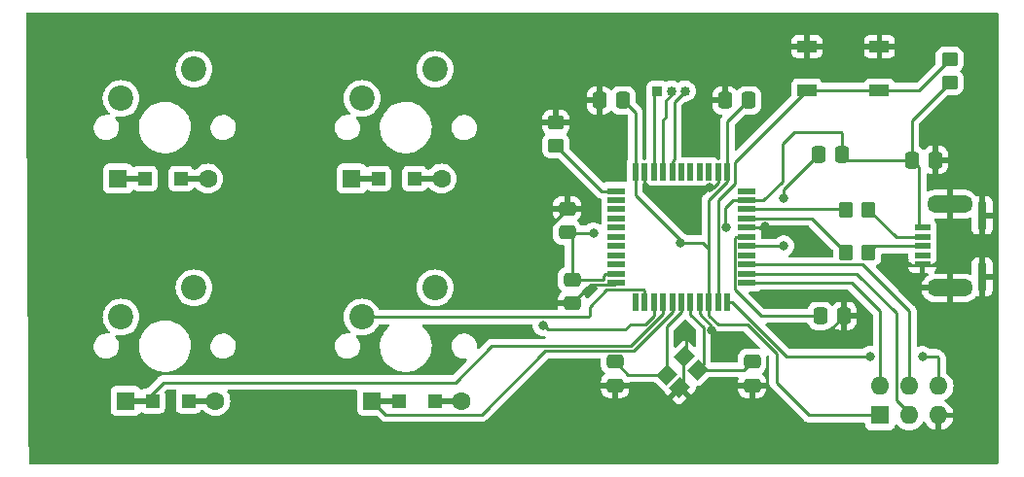
<source format=gbr>
%TF.GenerationSoftware,KiCad,Pcbnew,7.0.1*%
%TF.CreationDate,2023-04-28T17:46:53+02:00*%
%TF.ProjectId,4_switch_pcb,345f7377-6974-4636-985f-7063622e6b69,rev?*%
%TF.SameCoordinates,Original*%
%TF.FileFunction,Copper,L2,Bot*%
%TF.FilePolarity,Positive*%
%FSLAX46Y46*%
G04 Gerber Fmt 4.6, Leading zero omitted, Abs format (unit mm)*
G04 Created by KiCad (PCBNEW 7.0.1) date 2023-04-28 17:46:53*
%MOMM*%
%LPD*%
G01*
G04 APERTURE LIST*
G04 Aperture macros list*
%AMRoundRect*
0 Rectangle with rounded corners*
0 $1 Rounding radius*
0 $2 $3 $4 $5 $6 $7 $8 $9 X,Y pos of 4 corners*
0 Add a 4 corners polygon primitive as box body*
4,1,4,$2,$3,$4,$5,$6,$7,$8,$9,$2,$3,0*
0 Add four circle primitives for the rounded corners*
1,1,$1+$1,$2,$3*
1,1,$1+$1,$4,$5*
1,1,$1+$1,$6,$7*
1,1,$1+$1,$8,$9*
0 Add four rect primitives between the rounded corners*
20,1,$1+$1,$2,$3,$4,$5,0*
20,1,$1+$1,$4,$5,$6,$7,0*
20,1,$1+$1,$6,$7,$8,$9,0*
20,1,$1+$1,$8,$9,$2,$3,0*%
%AMRotRect*
0 Rectangle, with rotation*
0 The origin of the aperture is its center*
0 $1 length*
0 $2 width*
0 $3 Rotation angle, in degrees counterclockwise*
0 Add horizontal line*
21,1,$1,$2,0,0,$3*%
G04 Aperture macros list end*
%TA.AperFunction,ComponentPad*%
%ADD10C,2.200000*%
%TD*%
%TA.AperFunction,ComponentPad*%
%ADD11R,1.600000X1.600000*%
%TD*%
%TA.AperFunction,SMDPad,CuDef*%
%ADD12R,2.500000X0.500000*%
%TD*%
%TA.AperFunction,SMDPad,CuDef*%
%ADD13R,1.200000X1.200000*%
%TD*%
%TA.AperFunction,ComponentPad*%
%ADD14C,1.600000*%
%TD*%
%TA.AperFunction,SMDPad,CuDef*%
%ADD15RoundRect,0.250000X0.450000X-0.350000X0.450000X0.350000X-0.450000X0.350000X-0.450000X-0.350000X0*%
%TD*%
%TA.AperFunction,SMDPad,CuDef*%
%ADD16RoundRect,0.250000X-0.337500X-0.475000X0.337500X-0.475000X0.337500X0.475000X-0.337500X0.475000X0*%
%TD*%
%TA.AperFunction,SMDPad,CuDef*%
%ADD17RoundRect,0.250000X0.337500X0.475000X-0.337500X0.475000X-0.337500X-0.475000X0.337500X-0.475000X0*%
%TD*%
%TA.AperFunction,SMDPad,CuDef*%
%ADD18RotRect,1.400000X1.200000X45.000000*%
%TD*%
%TA.AperFunction,SMDPad,CuDef*%
%ADD19R,1.500000X0.550000*%
%TD*%
%TA.AperFunction,SMDPad,CuDef*%
%ADD20R,0.550000X1.500000*%
%TD*%
%TA.AperFunction,SMDPad,CuDef*%
%ADD21RoundRect,0.250000X-0.475000X0.337500X-0.475000X-0.337500X0.475000X-0.337500X0.475000X0.337500X0*%
%TD*%
%TA.AperFunction,SMDPad,CuDef*%
%ADD22R,1.400000X0.500000*%
%TD*%
%TA.AperFunction,ComponentPad*%
%ADD23O,4.000000X1.500000*%
%TD*%
%TA.AperFunction,SMDPad,CuDef*%
%ADD24R,0.800000X2.350000*%
%TD*%
%TA.AperFunction,SMDPad,CuDef*%
%ADD25R,1.700000X1.000000*%
%TD*%
%TA.AperFunction,SMDPad,CuDef*%
%ADD26O,1.600000X1.600000*%
%TD*%
%TA.AperFunction,SMDPad,CuDef*%
%ADD27R,1.600000X1.600000*%
%TD*%
%TA.AperFunction,SMDPad,CuDef*%
%ADD28RoundRect,0.250000X0.350000X0.450000X-0.350000X0.450000X-0.350000X-0.450000X0.350000X-0.450000X0*%
%TD*%
%TA.AperFunction,ComponentPad*%
%ADD29R,0.850000X0.850000*%
%TD*%
%TA.AperFunction,ComponentPad*%
%ADD30O,0.850000X0.850000*%
%TD*%
%TA.AperFunction,SMDPad,CuDef*%
%ADD31RoundRect,0.250000X0.475000X-0.337500X0.475000X0.337500X-0.475000X0.337500X-0.475000X-0.337500X0*%
%TD*%
%TA.AperFunction,ViaPad*%
%ADD32C,0.800000*%
%TD*%
%TA.AperFunction,Conductor*%
%ADD33C,0.250000*%
%TD*%
G04 APERTURE END LIST*
D10*
%TO.P,SW5,1,1*%
%TO.N,Net-(D3-A)*%
X119538750Y-80645000D03*
%TO.P,SW5,2,2*%
%TO.N,/col1*%
X113188750Y-83185000D03*
%TD*%
%TO.P,SW3,1,1*%
%TO.N,Net-(D4-A)*%
X140493750Y-80645000D03*
%TO.P,SW3,2,2*%
%TO.N,/col1*%
X134143750Y-83185000D03*
%TD*%
%TO.P,SW4,1,1*%
%TO.N,Net-(D2-A)*%
X119538750Y-61595000D03*
%TO.P,SW4,2,2*%
%TO.N,/col0*%
X113188750Y-64135000D03*
%TD*%
%TO.P,SW2,1,1*%
%TO.N,Net-(D1-A)*%
X140493750Y-61595000D03*
%TO.P,SW2,2,2*%
%TO.N,/col0*%
X134143750Y-64135000D03*
%TD*%
D11*
%TO.P,D3,1,K*%
%TO.N,/row1*%
X113587500Y-90487500D03*
D12*
X114787500Y-90487500D03*
D13*
X115912500Y-90487500D03*
%TO.P,D3,2,A*%
%TO.N,Net-(D3-A)*%
X119062500Y-90487500D03*
D12*
X120187500Y-90487500D03*
D14*
X121387500Y-90487500D03*
%TD*%
D11*
%TO.P,D2,1,K*%
%TO.N,/row1*%
X112940000Y-71120000D03*
D12*
X114140000Y-71120000D03*
D13*
X115265000Y-71120000D03*
%TO.P,D2,2,A*%
%TO.N,Net-(D2-A)*%
X118415000Y-71120000D03*
D12*
X119540000Y-71120000D03*
D14*
X120740000Y-71120000D03*
%TD*%
D15*
%TO.P,R2,1*%
%TO.N,Net-(U1-~{HWB}{slash}PE2)*%
X151000000Y-68250000D03*
%TO.P,R2,2*%
%TO.N,GND*%
X151000000Y-66250000D03*
%TD*%
D16*
%TO.P,C8,1*%
%TO.N,VCC*%
X181962500Y-69500000D03*
%TO.P,C8,2*%
%TO.N,GND*%
X184037500Y-69500000D03*
%TD*%
D17*
%TO.P,C9,1*%
%TO.N,VCC*%
X175906250Y-69056250D03*
%TO.P,C9,2*%
%TO.N,Net-(U1-VBUS)*%
X173831250Y-69056250D03*
%TD*%
D18*
%TO.P,X1,1,1*%
%TO.N,Net-(U1-XTAL1)*%
X160656497Y-88212132D03*
%TO.P,X1,2,2*%
%TO.N,Net-(U1-XTAL2)*%
X163343503Y-87787868D03*
%TO.P,X1,3*%
%TO.N,GND*%
X161787868Y-89343503D03*
X162212132Y-86656497D03*
%TD*%
D19*
%TO.P,U1,1,PE6*%
%TO.N,unconnected-(U1-PE6-Pad1)*%
X167625000Y-72200000D03*
%TO.P,U1,2,UVCC*%
%TO.N,VCC*%
X167625000Y-73000000D03*
%TO.P,U1,3,D-*%
%TO.N,Net-(U1-D-)*%
X167625000Y-73800000D03*
%TO.P,U1,4,D+*%
%TO.N,Net-(U1-D+)*%
X167625000Y-74600000D03*
%TO.P,U1,5,UGND*%
%TO.N,GND*%
X167625000Y-75400000D03*
%TO.P,U1,6,UCAP*%
%TO.N,Net-(U1-UCAP)*%
X167625000Y-76200000D03*
%TO.P,U1,7,VBUS*%
%TO.N,Net-(U1-VBUS)*%
X167625000Y-77000000D03*
%TO.P,U1,8,PB0*%
%TO.N,unconnected-(U1-PB0-Pad8)*%
X167625000Y-77800000D03*
%TO.P,U1,9,PB1*%
%TO.N,Net-(J2-SCK)*%
X167625000Y-78600000D03*
%TO.P,U1,10,PB2*%
%TO.N,Net-(J2-MOSI)*%
X167625000Y-79400000D03*
%TO.P,U1,11,PB3*%
%TO.N,Net-(J2-MISO)*%
X167625000Y-80200000D03*
D20*
%TO.P,U1,12,PB7*%
%TO.N,Net-(J2-~{RST})*%
X165925000Y-81900000D03*
%TO.P,U1,13,~{RESET}*%
%TO.N,Net-(U1-~{RESET})*%
X165125000Y-81900000D03*
%TO.P,U1,14,VCC*%
%TO.N,VCC*%
X164325000Y-81900000D03*
%TO.P,U1,15,GND*%
%TO.N,GND*%
X163525000Y-81900000D03*
%TO.P,U1,16,XTAL2*%
%TO.N,Net-(U1-XTAL2)*%
X162725000Y-81900000D03*
%TO.P,U1,17,XTAL1*%
%TO.N,Net-(U1-XTAL1)*%
X161925000Y-81900000D03*
%TO.P,U1,18,PD0*%
%TO.N,/row0*%
X161125000Y-81900000D03*
%TO.P,U1,19,PD1*%
%TO.N,/row1*%
X160325000Y-81900000D03*
%TO.P,U1,20,PD2*%
%TO.N,/col0*%
X159525000Y-81900000D03*
%TO.P,U1,21,PD3*%
%TO.N,/col1*%
X158725000Y-81900000D03*
%TO.P,U1,22,PD5*%
%TO.N,unconnected-(U1-PD5-Pad22)*%
X157925000Y-81900000D03*
D19*
%TO.P,U1,23,GND*%
%TO.N,GND*%
X156225000Y-80200000D03*
%TO.P,U1,24,AVCC*%
%TO.N,VCC*%
X156225000Y-79400000D03*
%TO.P,U1,25,PD4*%
%TO.N,unconnected-(U1-PD4-Pad25)*%
X156225000Y-78600000D03*
%TO.P,U1,26,PD6*%
%TO.N,unconnected-(U1-PD6-Pad26)*%
X156225000Y-77800000D03*
%TO.P,U1,27,PD7*%
%TO.N,unconnected-(U1-PD7-Pad27)*%
X156225000Y-77000000D03*
%TO.P,U1,28,PB4*%
%TO.N,unconnected-(U1-PB4-Pad28)*%
X156225000Y-76200000D03*
%TO.P,U1,29,PB5*%
%TO.N,unconnected-(U1-PB5-Pad29)*%
X156225000Y-75400000D03*
%TO.P,U1,30,PB6*%
%TO.N,unconnected-(U1-PB6-Pad30)*%
X156225000Y-74600000D03*
%TO.P,U1,31,PC6*%
%TO.N,unconnected-(U1-PC6-Pad31)*%
X156225000Y-73800000D03*
%TO.P,U1,32,PC7*%
%TO.N,unconnected-(U1-PC7-Pad32)*%
X156225000Y-73000000D03*
%TO.P,U1,33,~{HWB}/PE2*%
%TO.N,Net-(U1-~{HWB}{slash}PE2)*%
X156225000Y-72200000D03*
D20*
%TO.P,U1,34,VCC*%
%TO.N,VCC*%
X157925000Y-70500000D03*
%TO.P,U1,35,GND*%
%TO.N,GND*%
X158725000Y-70500000D03*
%TO.P,U1,36,PF7*%
%TO.N,Net-(J3-Pin_1)*%
X159525000Y-70500000D03*
%TO.P,U1,37,PF6*%
%TO.N,Net-(J3-Pin_2)*%
X160325000Y-70500000D03*
%TO.P,U1,38,PF5*%
%TO.N,Net-(J3-Pin_3)*%
X161125000Y-70500000D03*
%TO.P,U1,39,PF4*%
%TO.N,unconnected-(U1-PF4-Pad39)*%
X161925000Y-70500000D03*
%TO.P,U1,40,PF1*%
%TO.N,unconnected-(U1-PF1-Pad40)*%
X162725000Y-70500000D03*
%TO.P,U1,41,PF0*%
%TO.N,unconnected-(U1-PF0-Pad41)*%
X163525000Y-70500000D03*
%TO.P,U1,42,AREF*%
%TO.N,unconnected-(U1-AREF-Pad42)*%
X164325000Y-70500000D03*
%TO.P,U1,43,GND*%
%TO.N,GND*%
X165125000Y-70500000D03*
%TO.P,U1,44,AVCC*%
%TO.N,VCC*%
X165925000Y-70500000D03*
%TD*%
D17*
%TO.P,C6,1*%
%TO.N,VCC*%
X167787500Y-64293750D03*
%TO.P,C6,2*%
%TO.N,GND*%
X165712500Y-64293750D03*
%TD*%
D21*
%TO.P,C1,1*%
%TO.N,Net-(U1-XTAL2)*%
X168068750Y-87068750D03*
%TO.P,C1,2*%
%TO.N,GND*%
X168068750Y-89143750D03*
%TD*%
D15*
%TO.P,R1,1*%
%TO.N,VCC*%
X185250000Y-62750000D03*
%TO.P,R1,2*%
%TO.N,Net-(U1-~{RESET})*%
X185250000Y-60750000D03*
%TD*%
D22*
%TO.P,J1,1,VBUS*%
%TO.N,VCC*%
X182880000Y-75400000D03*
%TO.P,J1,2,D-*%
%TO.N,Net-(J1-D-)*%
X182880000Y-76200000D03*
%TO.P,J1,3,D+*%
%TO.N,Net-(J1-D+)*%
X182880000Y-77000000D03*
%TO.P,J1,4,ID*%
%TO.N,unconnected-(J1-ID-Pad4)*%
X182880000Y-77800000D03*
%TO.P,J1,5,GND*%
%TO.N,GND*%
X182880000Y-78600000D03*
D23*
%TO.P,J1,6,Shield*%
X185280000Y-73350000D03*
D24*
X188080000Y-74325000D03*
X188080000Y-79675000D03*
D23*
X185280000Y-80650000D03*
%TD*%
D25*
%TO.P,SW1,1,1*%
%TO.N,GND*%
X179150000Y-59600000D03*
X172850000Y-59600000D03*
%TO.P,SW1,2,2*%
%TO.N,Net-(U1-~{RESET})*%
X179150000Y-63400000D03*
X172850000Y-63400000D03*
%TD*%
D21*
%TO.P,C2,1*%
%TO.N,Net-(U1-XTAL1)*%
X156162500Y-87068750D03*
%TO.P,C2,2*%
%TO.N,GND*%
X156162500Y-89143750D03*
%TD*%
D26*
%TO.P,J2,1,MISO*%
%TO.N,Net-(J2-MISO)*%
X179210000Y-89210000D03*
D27*
%TO.P,J2,2,VCC*%
%TO.N,VCC*%
X179210000Y-91750000D03*
D26*
%TO.P,J2,3,SCK*%
%TO.N,Net-(J2-SCK)*%
X181750000Y-89210000D03*
%TO.P,J2,4,MOSI*%
%TO.N,Net-(J2-MOSI)*%
X181750000Y-91750000D03*
%TO.P,J2,5,~{RST}*%
%TO.N,Net-(J2-~{RST})*%
X184290000Y-89210000D03*
%TO.P,J2,6,GND*%
%TO.N,GND*%
X184290000Y-91750000D03*
%TD*%
D28*
%TO.P,R4,1*%
%TO.N,Net-(J1-D-)*%
X178212500Y-73818750D03*
%TO.P,R4,2*%
%TO.N,Net-(U1-D-)*%
X176212500Y-73818750D03*
%TD*%
D17*
%TO.P,C3,1*%
%TO.N,GND*%
X176081250Y-83081250D03*
%TO.P,C3,2*%
%TO.N,Net-(U1-UCAP)*%
X174006250Y-83081250D03*
%TD*%
D11*
%TO.P,D4,1,K*%
%TO.N,/row0*%
X135018750Y-90487500D03*
D12*
X136218750Y-90487500D03*
D13*
X137343750Y-90487500D03*
%TO.P,D4,2,A*%
%TO.N,Net-(D4-A)*%
X140493750Y-90487500D03*
D12*
X141618750Y-90487500D03*
D14*
X142818750Y-90487500D03*
%TD*%
D29*
%TO.P,J3,1,Pin_1*%
%TO.N,Net-(J3-Pin_1)*%
X159842000Y-63510000D03*
D30*
%TO.P,J3,2,Pin_2*%
%TO.N,Net-(J3-Pin_2)*%
X161052000Y-63500000D03*
%TO.P,J3,3,Pin_3*%
%TO.N,Net-(J3-Pin_3)*%
X162252000Y-63500000D03*
%TD*%
D28*
%TO.P,R3,1*%
%TO.N,Net-(J1-D+)*%
X178212500Y-77568750D03*
%TO.P,R3,2*%
%TO.N,Net-(U1-D+)*%
X176212500Y-77568750D03*
%TD*%
D21*
%TO.P,C7,1*%
%TO.N,VCC*%
X152400000Y-79925000D03*
%TO.P,C7,2*%
%TO.N,GND*%
X152400000Y-82000000D03*
%TD*%
D31*
%TO.P,C4,1*%
%TO.N,VCC*%
X152000000Y-75825000D03*
%TO.P,C4,2*%
%TO.N,GND*%
X152000000Y-73750000D03*
%TD*%
D17*
%TO.P,C5,1*%
%TO.N,VCC*%
X156856250Y-64293750D03*
%TO.P,C5,2*%
%TO.N,GND*%
X154781250Y-64293750D03*
%TD*%
D11*
%TO.P,D1,1,K*%
%TO.N,/row0*%
X133260000Y-71120000D03*
D12*
X134460000Y-71120000D03*
D13*
X135585000Y-71120000D03*
%TO.P,D1,2,A*%
%TO.N,Net-(D1-A)*%
X138735000Y-71120000D03*
D12*
X139860000Y-71120000D03*
D14*
X141060000Y-71120000D03*
%TD*%
D32*
%TO.N,GND*%
X164587701Y-84332299D03*
X174498000Y-84836000D03*
X169164000Y-75324500D03*
X162306000Y-84328000D03*
X164338000Y-71882000D03*
%TO.N,VCC*%
X154270000Y-75850000D03*
X165849500Y-75368000D03*
X161798000Y-76708000D03*
%TO.N,Net-(U1-VBUS)*%
X170800000Y-72840000D03*
X170830000Y-76980000D03*
%TO.N,Net-(J2-~{RST})*%
X178308000Y-86614000D03*
X182880000Y-86614000D03*
%TO.N,/col0*%
X149860000Y-83909500D03*
%TD*%
D33*
%TO.N,Net-(U1-XTAL2)*%
X163838478Y-87292893D02*
X163838478Y-84063478D01*
X163343503Y-87787868D02*
X163838478Y-87292893D01*
X162725000Y-82950000D02*
X162725000Y-81900000D01*
X163838478Y-84063478D02*
X162725000Y-82950000D01*
X168068750Y-87068750D02*
X167349632Y-87787868D01*
X167349632Y-87787868D02*
X163343503Y-87787868D01*
%TO.N,GND*%
X163525000Y-82900000D02*
X164587701Y-83962701D01*
X174498000Y-84664500D02*
X176081250Y-83081250D01*
X156225000Y-80249000D02*
X156099000Y-80375000D01*
X164338000Y-71882000D02*
X164743000Y-71882000D01*
X167625000Y-75400000D02*
X169088500Y-75400000D01*
X162306000Y-86562629D02*
X162212132Y-86656497D01*
X162099264Y-86769365D02*
X162099264Y-89032107D01*
X174498000Y-84836000D02*
X174498000Y-84664500D01*
X162212132Y-86656497D02*
X162099264Y-86769365D01*
X162099264Y-89032107D02*
X161787868Y-89343503D01*
X159107000Y-71882000D02*
X164338000Y-71882000D01*
X149860000Y-82042000D02*
X149860000Y-75890000D01*
X165125000Y-71500000D02*
X165125000Y-70500000D01*
X164587701Y-83962701D02*
X164587701Y-84332299D01*
X169088500Y-75400000D02*
X169164000Y-75324500D01*
X152400000Y-82000000D02*
X149902000Y-82000000D01*
X149902000Y-82000000D02*
X149860000Y-82042000D01*
X162306000Y-84328000D02*
X162306000Y-86562629D01*
X158725000Y-70500000D02*
X158725000Y-71500000D01*
X154025000Y-80375000D02*
X152400000Y-82000000D01*
X163525000Y-81900000D02*
X163525000Y-82900000D01*
X156225000Y-80200000D02*
X156225000Y-80249000D01*
X158725000Y-71500000D02*
X159107000Y-71882000D01*
X149860000Y-75890000D02*
X152000000Y-73750000D01*
X156099000Y-80375000D02*
X154025000Y-80375000D01*
X164743000Y-71882000D02*
X165125000Y-71500000D01*
%TO.N,Net-(U1-XTAL1)*%
X156162500Y-87068750D02*
X157305882Y-88212132D01*
X160656497Y-88212132D02*
X160656497Y-84043503D01*
X161925000Y-82775000D02*
X161925000Y-81900000D01*
X157305882Y-88212132D02*
X160656497Y-88212132D01*
X160656497Y-84043503D02*
X161925000Y-82775000D01*
%TO.N,Net-(U1-UCAP)*%
X168831250Y-83081250D02*
X166550000Y-80800000D01*
X174006250Y-83081250D02*
X168831250Y-83081250D01*
X166625000Y-76200000D02*
X167625000Y-76200000D01*
X166550000Y-76275000D02*
X166625000Y-76200000D01*
X166550000Y-80800000D02*
X166550000Y-76275000D01*
%TO.N,VCC*%
X155150000Y-79925000D02*
X155150000Y-79600000D01*
X175906250Y-67194250D02*
X175768000Y-67056000D01*
X165735000Y-75253500D02*
X165735000Y-73660000D01*
X152025000Y-75850000D02*
X152000000Y-75825000D01*
X154270000Y-75850000D02*
X152025000Y-75850000D01*
X164325000Y-72975000D02*
X164325000Y-77216000D01*
X163817000Y-76708000D02*
X164325000Y-77216000D01*
X181962500Y-69500000D02*
X176350000Y-69500000D01*
X152400000Y-79925000D02*
X155150000Y-79925000D01*
X165925000Y-70500000D02*
X165925000Y-71375000D01*
X155350000Y-79400000D02*
X156225000Y-79400000D01*
X167640000Y-83820000D02*
X170180000Y-86360000D01*
X170688000Y-71374000D02*
X169062000Y-73000000D01*
X170180000Y-86360000D02*
X170180000Y-88900000D01*
X175906250Y-69056250D02*
X175906250Y-67194250D01*
X152400000Y-76225000D02*
X152000000Y-75825000D01*
X169062000Y-73000000D02*
X167625000Y-73000000D01*
X152400000Y-79925000D02*
X152400000Y-76225000D01*
X164325000Y-81900000D02*
X164325000Y-83045000D01*
X161798000Y-76454000D02*
X161798000Y-76708000D01*
X182600000Y-75400000D02*
X182600000Y-70137500D01*
X164325000Y-77216000D02*
X164325000Y-81900000D01*
X165925000Y-71375000D02*
X164325000Y-72975000D01*
X155150000Y-79600000D02*
X155350000Y-79400000D01*
X166395000Y-73000000D02*
X167625000Y-73000000D01*
X181962500Y-66037500D02*
X181962500Y-69500000D01*
X164325000Y-83045000D02*
X165100000Y-83820000D01*
X165100000Y-83820000D02*
X167640000Y-83820000D01*
X161798000Y-76708000D02*
X163817000Y-76708000D01*
X165925000Y-66156250D02*
X165925000Y-70500000D01*
X170688000Y-68072000D02*
X170688000Y-71374000D01*
X165849500Y-75368000D02*
X165735000Y-75253500D01*
X156856250Y-64293750D02*
X157925000Y-65362500D01*
X171704000Y-67056000D02*
X170688000Y-68072000D01*
X173030000Y-91750000D02*
X179210000Y-91750000D01*
X157925000Y-65362500D02*
X157925000Y-70500000D01*
X182600000Y-70137500D02*
X181962500Y-69500000D01*
X157925000Y-72581000D02*
X161798000Y-76454000D01*
X175768000Y-67056000D02*
X171704000Y-67056000D01*
X176350000Y-69500000D02*
X175906250Y-69056250D01*
X165735000Y-73660000D02*
X166395000Y-73000000D01*
X170180000Y-88900000D02*
X173030000Y-91750000D01*
X157925000Y-70500000D02*
X157925000Y-72581000D01*
X167787500Y-64293750D02*
X165925000Y-66156250D01*
X185250000Y-62750000D02*
X181962500Y-66037500D01*
%TO.N,Net-(U1-VBUS)*%
X170810000Y-77000000D02*
X167625000Y-77000000D01*
X170830000Y-76980000D02*
X170810000Y-77000000D01*
X173831250Y-69056250D02*
X170800000Y-72087500D01*
X170800000Y-72087500D02*
X170800000Y-72840000D01*
%TO.N,/row0*%
X157743750Y-86156250D02*
X150063750Y-86156250D01*
X144526000Y-91694000D02*
X136225250Y-91694000D01*
X150063750Y-86156250D02*
X144526000Y-91694000D01*
X136225250Y-91694000D02*
X135018750Y-90487500D01*
X161125000Y-82775000D02*
X157743750Y-86156250D01*
X161125000Y-81900000D02*
X161125000Y-82775000D01*
%TO.N,/row1*%
X160325000Y-82938604D02*
X157557354Y-85706250D01*
X145433750Y-85706250D02*
X142240000Y-88900000D01*
X115252500Y-90487500D02*
X113587500Y-90487500D01*
X116840000Y-88900000D02*
X115252500Y-90487500D01*
X157557354Y-85706250D02*
X145433750Y-85706250D01*
X160325000Y-81900000D02*
X160325000Y-82938604D01*
X142240000Y-88900000D02*
X116840000Y-88900000D01*
%TO.N,Net-(J1-D-)*%
X180593750Y-76200000D02*
X178212500Y-73818750D01*
X182600000Y-76200000D02*
X180593750Y-76200000D01*
%TO.N,Net-(J1-D+)*%
X182600000Y-77000000D02*
X178781250Y-77000000D01*
X178781250Y-77000000D02*
X178212500Y-77568750D01*
%TO.N,Net-(J2-MISO)*%
X179210000Y-89210000D02*
X179210000Y-82690000D01*
X179210000Y-82690000D02*
X176720000Y-80200000D01*
X176720000Y-80200000D02*
X167625000Y-80200000D01*
%TO.N,Net-(J2-SCK)*%
X181750000Y-89210000D02*
X181750000Y-82690000D01*
X181750000Y-82690000D02*
X177660000Y-78600000D01*
X177660000Y-78600000D02*
X167625000Y-78600000D01*
%TO.N,Net-(J2-MOSI)*%
X180594000Y-90424000D02*
X181750000Y-91580000D01*
X181750000Y-91580000D02*
X181750000Y-91750000D01*
X180594000Y-82804000D02*
X180594000Y-90424000D01*
X177190000Y-79400000D02*
X180594000Y-82804000D01*
X167625000Y-79400000D02*
X177190000Y-79400000D01*
%TO.N,Net-(J2-~{RST})*%
X184150000Y-86614000D02*
X182880000Y-86614000D01*
X184290000Y-89210000D02*
X184290000Y-86754000D01*
X184290000Y-86754000D02*
X184150000Y-86614000D01*
X166356396Y-81900000D02*
X165925000Y-81900000D01*
X171070396Y-86614000D02*
X166356396Y-81900000D01*
X178308000Y-86614000D02*
X171070396Y-86614000D01*
%TO.N,Net-(J3-Pin_1)*%
X159525000Y-63827000D02*
X159842000Y-63510000D01*
X159525000Y-70500000D02*
X159525000Y-63827000D01*
%TO.N,Net-(J3-Pin_2)*%
X161052000Y-63500000D02*
X161052000Y-63800000D01*
X160528000Y-64324000D02*
X160528000Y-65786000D01*
X160325000Y-65989000D02*
X160325000Y-70500000D01*
X160528000Y-65786000D02*
X160325000Y-65989000D01*
X161052000Y-63800000D02*
X160528000Y-64324000D01*
%TO.N,Net-(J3-Pin_3)*%
X161125000Y-69625000D02*
X161125000Y-70500000D01*
X162252000Y-63500000D02*
X161290000Y-64462000D01*
X161290000Y-69460000D02*
X161125000Y-69625000D01*
X161290000Y-64462000D02*
X161290000Y-69460000D01*
%TO.N,Net-(U1-~{RESET})*%
X172850000Y-63400000D02*
X166550000Y-69700000D01*
X182600000Y-63400000D02*
X185250000Y-60750000D01*
X172850000Y-63400000D02*
X179150000Y-63400000D01*
X166550000Y-71575000D02*
X165124500Y-73000500D01*
X165124500Y-81899500D02*
X165125000Y-81900000D01*
X179150000Y-63400000D02*
X182600000Y-63400000D01*
X166550000Y-69700000D02*
X166550000Y-71575000D01*
X165124500Y-73000500D02*
X165124500Y-81899500D01*
%TO.N,Net-(U1-~{HWB}{slash}PE2)*%
X151000000Y-68250000D02*
X154950000Y-72200000D01*
X154950000Y-72200000D02*
X156225000Y-72200000D01*
%TO.N,Net-(U1-D+)*%
X173243750Y-74600000D02*
X167625000Y-74600000D01*
X176212500Y-77568750D02*
X173243750Y-74600000D01*
%TO.N,Net-(U1-D-)*%
X176212500Y-73818750D02*
X176193750Y-73800000D01*
X176193750Y-73800000D02*
X167625000Y-73800000D01*
%TO.N,/col0*%
X157480000Y-83820000D02*
X157030000Y-84270000D01*
X149860000Y-83820000D02*
X149860000Y-83909500D01*
X150310000Y-84270000D02*
X149860000Y-83820000D01*
X159525000Y-81900000D02*
X159525000Y-83102208D01*
X158807208Y-83820000D02*
X157480000Y-83820000D01*
X159525000Y-83102208D02*
X158807208Y-83820000D01*
X157030000Y-84270000D02*
X150310000Y-84270000D01*
%TO.N,/col1*%
X155395000Y-80825000D02*
X153924000Y-82296000D01*
X153924000Y-82296000D02*
X153924000Y-83058000D01*
X158650000Y-80825000D02*
X155395000Y-80825000D01*
X153924000Y-83058000D02*
X153797000Y-83185000D01*
X158725000Y-80900000D02*
X158650000Y-80825000D01*
X158725000Y-81900000D02*
X158725000Y-80900000D01*
X153797000Y-83185000D02*
X134143750Y-83185000D01*
%TD*%
%TA.AperFunction,Conductor*%
%TO.N,GND*%
G36*
X164626296Y-84249999D02*
G01*
X164675659Y-84280248D01*
X164685530Y-84290120D01*
X164688704Y-84292582D01*
X164697568Y-84300153D01*
X164729418Y-84330062D01*
X164739914Y-84335832D01*
X164746974Y-84339714D01*
X164763231Y-84350392D01*
X164779064Y-84362674D01*
X164791211Y-84367930D01*
X164819156Y-84380023D01*
X164829643Y-84385160D01*
X164867908Y-84406197D01*
X164887316Y-84411180D01*
X164905710Y-84417478D01*
X164924105Y-84425438D01*
X164967254Y-84432271D01*
X164978680Y-84434638D01*
X164994222Y-84438629D01*
X165020980Y-84445500D01*
X165020981Y-84445500D01*
X165041016Y-84445500D01*
X165060413Y-84447026D01*
X165080196Y-84450160D01*
X165123674Y-84446050D01*
X165135344Y-84445500D01*
X167329548Y-84445500D01*
X167377001Y-84454939D01*
X167417229Y-84481819D01*
X168706380Y-85770971D01*
X168737386Y-85822742D01*
X168740281Y-85883019D01*
X168714382Y-85937524D01*
X168665821Y-85973350D01*
X168606100Y-85982010D01*
X168593763Y-85980750D01*
X167543741Y-85980750D01*
X167440953Y-85991250D01*
X167274415Y-86046436D01*
X167125092Y-86138538D01*
X167001038Y-86262592D01*
X166908936Y-86411915D01*
X166853750Y-86578452D01*
X166844352Y-86670453D01*
X166843250Y-86681241D01*
X166843250Y-86921392D01*
X166843251Y-87038368D01*
X166826638Y-87100368D01*
X166781251Y-87145755D01*
X166719251Y-87162368D01*
X164587978Y-87162368D01*
X164525978Y-87145755D01*
X164480591Y-87100368D01*
X164463978Y-87038368D01*
X164463978Y-84367930D01*
X164477493Y-84311635D01*
X164515093Y-84267612D01*
X164568580Y-84245457D01*
X164626296Y-84249999D01*
G37*
%TD.AperFunction*%
%TA.AperFunction,Conductor*%
G36*
X176457001Y-80834939D02*
G01*
X176497229Y-80861819D01*
X178548181Y-82912771D01*
X178575061Y-82952999D01*
X178584500Y-83000452D01*
X178584500Y-85599027D01*
X178572421Y-85652410D01*
X178538536Y-85695393D01*
X178489447Y-85719601D01*
X178434719Y-85720317D01*
X178402648Y-85713500D01*
X178402646Y-85713500D01*
X178213354Y-85713500D01*
X178213352Y-85713500D01*
X178028197Y-85752855D01*
X177855272Y-85829847D01*
X177803500Y-85867462D01*
X177702129Y-85941112D01*
X177696401Y-85947473D01*
X177654688Y-85977780D01*
X177604253Y-85988500D01*
X171380848Y-85988500D01*
X171333395Y-85979061D01*
X171293167Y-85952181D01*
X169259418Y-83918431D01*
X169229168Y-83869068D01*
X169224626Y-83811352D01*
X169246781Y-83757865D01*
X169290804Y-83720265D01*
X169347099Y-83706750D01*
X172838449Y-83706750D01*
X172888664Y-83717373D01*
X172930276Y-83747421D01*
X172956154Y-83791745D01*
X172980482Y-83865160D01*
X172983936Y-83875584D01*
X173076038Y-84024907D01*
X173200092Y-84148961D01*
X173213074Y-84156968D01*
X173349416Y-84241064D01*
X173460229Y-84277784D01*
X173515952Y-84296249D01*
X173526452Y-84297321D01*
X173618741Y-84306750D01*
X174393758Y-84306749D01*
X174496547Y-84296249D01*
X174663084Y-84241064D01*
X174812406Y-84148962D01*
X174936462Y-84024906D01*
X174938502Y-84021597D01*
X174983606Y-83978416D01*
X175044039Y-83962690D01*
X175104473Y-83978411D01*
X175149581Y-84021593D01*
X175151432Y-84024594D01*
X175275404Y-84148566D01*
X175424627Y-84240607D01*
X175591053Y-84295756D01*
X175693771Y-84306250D01*
X175831250Y-84306250D01*
X175831250Y-83331250D01*
X176331250Y-83331250D01*
X176331250Y-84306249D01*
X176468729Y-84306249D01*
X176571445Y-84295756D01*
X176737872Y-84240607D01*
X176887095Y-84148566D01*
X177011066Y-84024595D01*
X177103107Y-83875372D01*
X177158256Y-83708946D01*
X177168750Y-83606229D01*
X177168750Y-83331250D01*
X176331250Y-83331250D01*
X175831250Y-83331250D01*
X175831250Y-81856251D01*
X175693771Y-81856251D01*
X175591054Y-81866743D01*
X175424627Y-81921892D01*
X175275404Y-82013933D01*
X175151433Y-82137904D01*
X175149580Y-82140909D01*
X175104471Y-82184088D01*
X175044039Y-82199809D01*
X174983607Y-82184084D01*
X174938502Y-82140902D01*
X174936653Y-82137904D01*
X174936462Y-82137594D01*
X174936460Y-82137592D01*
X174936459Y-82137590D01*
X174812407Y-82013538D01*
X174663084Y-81921436D01*
X174496547Y-81866250D01*
X174398654Y-81856250D01*
X176331250Y-81856250D01*
X176331250Y-82831250D01*
X177168749Y-82831250D01*
X177168749Y-82556271D01*
X177158256Y-82453554D01*
X177103107Y-82287127D01*
X177011066Y-82137904D01*
X176887095Y-82013933D01*
X176737872Y-81921892D01*
X176571446Y-81866743D01*
X176468729Y-81856250D01*
X176331250Y-81856250D01*
X174398654Y-81856250D01*
X174393759Y-81855750D01*
X173618741Y-81855750D01*
X173515953Y-81866250D01*
X173349415Y-81921436D01*
X173200092Y-82013538D01*
X173076038Y-82137592D01*
X172983936Y-82286915D01*
X172983936Y-82286916D01*
X172962723Y-82350934D01*
X172956155Y-82370754D01*
X172930276Y-82415079D01*
X172888664Y-82445127D01*
X172838449Y-82455750D01*
X169141702Y-82455750D01*
X169094249Y-82446311D01*
X169054021Y-82419431D01*
X167821771Y-81187180D01*
X167791521Y-81137817D01*
X167786979Y-81080101D01*
X167809134Y-81026614D01*
X167853157Y-80989014D01*
X167909452Y-80975499D01*
X168422870Y-80975499D01*
X168422872Y-80975499D01*
X168482483Y-80969091D01*
X168617331Y-80918796D01*
X168708919Y-80850232D01*
X168744071Y-80831846D01*
X168783230Y-80825500D01*
X176409548Y-80825500D01*
X176457001Y-80834939D01*
G37*
%TD.AperFunction*%
%TA.AperFunction,Conductor*%
G36*
X162325181Y-83434771D02*
G01*
X163176659Y-84286249D01*
X163203539Y-84326477D01*
X163212978Y-84373930D01*
X163212978Y-85660924D01*
X163199463Y-85717219D01*
X163161863Y-85761242D01*
X163108376Y-85783397D01*
X163050660Y-85778855D01*
X163001297Y-85748605D01*
X162602575Y-85349883D01*
X162555944Y-85312305D01*
X162425158Y-85252576D01*
X162282843Y-85232116D01*
X162140528Y-85252576D01*
X162009740Y-85312305D01*
X161963109Y-85349883D01*
X161493678Y-85819316D01*
X161444315Y-85849566D01*
X161386599Y-85854108D01*
X161333112Y-85831953D01*
X161295512Y-85787930D01*
X161281997Y-85731635D01*
X161281997Y-84353955D01*
X161291436Y-84306502D01*
X161318316Y-84266274D01*
X162149819Y-83434771D01*
X162205406Y-83402677D01*
X162269594Y-83402677D01*
X162325181Y-83434771D01*
G37*
%TD.AperFunction*%
%TA.AperFunction,Conductor*%
G36*
X154541842Y-80564015D02*
G01*
X154585865Y-80601615D01*
X154608020Y-80655102D01*
X154603478Y-80712818D01*
X154573228Y-80762181D01*
X153809198Y-81526208D01*
X153755349Y-81557822D01*
X153692921Y-81559185D01*
X153637744Y-81529949D01*
X153603811Y-81477531D01*
X153559357Y-81343377D01*
X153467316Y-81194154D01*
X153343344Y-81070182D01*
X153340343Y-81068331D01*
X153297161Y-81023223D01*
X153281440Y-80962789D01*
X153297166Y-80902356D01*
X153340347Y-80857252D01*
X153343656Y-80855212D01*
X153467712Y-80731156D01*
X153542808Y-80609404D01*
X153587916Y-80566223D01*
X153648348Y-80550500D01*
X154485547Y-80550500D01*
X154541842Y-80564015D01*
G37*
%TD.AperFunction*%
%TA.AperFunction,Conductor*%
G36*
X172980751Y-75234939D02*
G01*
X173020979Y-75261819D01*
X175075681Y-77316521D01*
X175102561Y-77356749D01*
X175112000Y-77404202D01*
X175112000Y-77652889D01*
X175112001Y-77850500D01*
X175095388Y-77912500D01*
X175050001Y-77957887D01*
X174988001Y-77974500D01*
X171374843Y-77974500D01*
X171315106Y-77959162D01*
X171270146Y-77916942D01*
X171251088Y-77858286D01*
X171262644Y-77797703D01*
X171301958Y-77750182D01*
X171435870Y-77652889D01*
X171562533Y-77512216D01*
X171657179Y-77348284D01*
X171665435Y-77322876D01*
X171715674Y-77168256D01*
X171735460Y-76980000D01*
X171715674Y-76791744D01*
X171678482Y-76677278D01*
X171657179Y-76611715D01*
X171562533Y-76447783D01*
X171435870Y-76307110D01*
X171282730Y-76195848D01*
X171109802Y-76118855D01*
X170924648Y-76079500D01*
X170924646Y-76079500D01*
X170735354Y-76079500D01*
X170735352Y-76079500D01*
X170550197Y-76118855D01*
X170377269Y-76195848D01*
X170224131Y-76307109D01*
X170200392Y-76333474D01*
X170158677Y-76363780D01*
X170108243Y-76374500D01*
X168999500Y-76374500D01*
X168937500Y-76357887D01*
X168892113Y-76312500D01*
X168875500Y-76250500D01*
X168875499Y-75877131D01*
X168875499Y-75877128D01*
X168869091Y-75817517D01*
X168869090Y-75817515D01*
X168868380Y-75810908D01*
X168868380Y-75784399D01*
X168875000Y-75722823D01*
X168875000Y-75650000D01*
X168856410Y-75650000D01*
X168800906Y-75636884D01*
X168757144Y-75600311D01*
X168732548Y-75567455D01*
X168641459Y-75499266D01*
X168604886Y-75455503D01*
X168591770Y-75399998D01*
X168604887Y-75344494D01*
X168641455Y-75300736D01*
X168708921Y-75250230D01*
X168744071Y-75231845D01*
X168783230Y-75225500D01*
X172933298Y-75225500D01*
X172980751Y-75234939D01*
G37*
%TD.AperFunction*%
%TA.AperFunction,Conductor*%
G36*
X158780503Y-71479886D02*
G01*
X158824266Y-71516459D01*
X158892455Y-71607548D01*
X158925311Y-71632144D01*
X158961884Y-71675906D01*
X158975000Y-71731410D01*
X158975000Y-71750000D01*
X159047823Y-71750000D01*
X159109398Y-71743380D01*
X159135908Y-71743381D01*
X159176715Y-71747767D01*
X159202127Y-71750500D01*
X159847872Y-71750499D01*
X159907483Y-71744091D01*
X159907484Y-71744090D01*
X159911748Y-71743632D01*
X159938258Y-71743633D01*
X159942516Y-71744090D01*
X159942517Y-71744091D01*
X160002127Y-71750500D01*
X160647872Y-71750499D01*
X160707483Y-71744091D01*
X160707484Y-71744090D01*
X160711748Y-71743632D01*
X160738258Y-71743633D01*
X160742516Y-71744090D01*
X160742517Y-71744091D01*
X160802127Y-71750500D01*
X161447872Y-71750499D01*
X161507483Y-71744091D01*
X161507484Y-71744090D01*
X161511748Y-71743632D01*
X161538258Y-71743633D01*
X161542516Y-71744090D01*
X161542517Y-71744091D01*
X161602127Y-71750500D01*
X162247872Y-71750499D01*
X162307483Y-71744091D01*
X162307484Y-71744090D01*
X162311748Y-71743632D01*
X162338258Y-71743633D01*
X162342516Y-71744090D01*
X162342517Y-71744091D01*
X162402127Y-71750500D01*
X163047872Y-71750499D01*
X163107483Y-71744091D01*
X163107484Y-71744090D01*
X163111748Y-71743632D01*
X163138258Y-71743633D01*
X163142516Y-71744090D01*
X163142517Y-71744091D01*
X163202127Y-71750500D01*
X163847872Y-71750499D01*
X163907483Y-71744091D01*
X163907484Y-71744090D01*
X163911748Y-71743632D01*
X163938258Y-71743633D01*
X163942516Y-71744090D01*
X163942517Y-71744091D01*
X164002127Y-71750500D01*
X164365547Y-71750499D01*
X164421841Y-71764014D01*
X164465864Y-71801613D01*
X164488019Y-71855101D01*
X164483477Y-71912817D01*
X164453227Y-71962180D01*
X163941208Y-72474199D01*
X163925110Y-72487096D01*
X163877096Y-72538225D01*
X163874391Y-72541017D01*
X163854874Y-72560534D01*
X163852415Y-72563705D01*
X163844842Y-72572572D01*
X163814935Y-72604420D01*
X163805285Y-72621974D01*
X163794609Y-72638228D01*
X163782326Y-72654063D01*
X163764975Y-72694158D01*
X163759838Y-72704644D01*
X163738802Y-72742907D01*
X163733821Y-72762309D01*
X163727520Y-72780711D01*
X163719561Y-72799102D01*
X163712728Y-72842242D01*
X163710360Y-72853674D01*
X163699500Y-72895978D01*
X163699500Y-72916016D01*
X163697973Y-72935415D01*
X163694840Y-72955194D01*
X163698950Y-72998675D01*
X163699500Y-73010344D01*
X163699500Y-75958500D01*
X163682887Y-76020500D01*
X163637500Y-76065887D01*
X163575500Y-76082500D01*
X162501747Y-76082500D01*
X162451312Y-76071780D01*
X162409598Y-76041473D01*
X162403871Y-76035112D01*
X162277574Y-75943352D01*
X162250731Y-75923849D01*
X162188056Y-75895944D01*
X162094547Y-75854311D01*
X162057305Y-75828714D01*
X158586819Y-72358228D01*
X158559939Y-72318000D01*
X158550500Y-72270547D01*
X158550500Y-71658230D01*
X158556845Y-71619071D01*
X158575232Y-71583920D01*
X158625736Y-71516455D01*
X158669494Y-71479887D01*
X158724998Y-71466770D01*
X158780503Y-71479886D01*
G37*
%TD.AperFunction*%
%TA.AperFunction,Conductor*%
G36*
X189421535Y-56659104D02*
G01*
X189466920Y-56704471D01*
X189483550Y-56766450D01*
X189484000Y-57872781D01*
X189484000Y-95887500D01*
X189467387Y-95949500D01*
X189422000Y-95994887D01*
X189360000Y-96011500D01*
X105279199Y-96011500D01*
X105217430Y-95995020D01*
X105172080Y-95949961D01*
X105155202Y-95888300D01*
X105136926Y-93055468D01*
X105125829Y-91335369D01*
X112287000Y-91335369D01*
X112293409Y-91394983D01*
X112343704Y-91529831D01*
X112429954Y-91645046D01*
X112545169Y-91731296D01*
X112680017Y-91781591D01*
X112739627Y-91788000D01*
X114435372Y-91787999D01*
X114494983Y-91781591D01*
X114629831Y-91731296D01*
X114745046Y-91645046D01*
X114831296Y-91529831D01*
X114831296Y-91529828D01*
X114841980Y-91515558D01*
X114844459Y-91517413D01*
X114856320Y-91499420D01*
X114905942Y-91470869D01*
X114963100Y-91467652D01*
X115015610Y-91490453D01*
X115070169Y-91531296D01*
X115205017Y-91581591D01*
X115264627Y-91588000D01*
X116560372Y-91587999D01*
X116619983Y-91581591D01*
X116754831Y-91531296D01*
X116870046Y-91445046D01*
X116956296Y-91329831D01*
X117006591Y-91194983D01*
X117013000Y-91135373D01*
X117012999Y-89839628D01*
X117006591Y-89780017D01*
X116990425Y-89736675D01*
X116982643Y-89690392D01*
X116992620Y-89644530D01*
X117018929Y-89605661D01*
X117062775Y-89561817D01*
X117103003Y-89534938D01*
X117150454Y-89525500D01*
X117884745Y-89525500D01*
X117942220Y-89539624D01*
X117986601Y-89578780D01*
X118007778Y-89634047D01*
X118000927Y-89692830D01*
X117978654Y-89752549D01*
X117968409Y-89780016D01*
X117962000Y-89839630D01*
X117962000Y-91135369D01*
X117964204Y-91155866D01*
X117968409Y-91194983D01*
X118018704Y-91329831D01*
X118104954Y-91445046D01*
X118220169Y-91531296D01*
X118355017Y-91581591D01*
X118414627Y-91588000D01*
X119710372Y-91587999D01*
X119769983Y-91581591D01*
X119904831Y-91531296D01*
X120020046Y-91445046D01*
X120106296Y-91329831D01*
X120110459Y-91318668D01*
X120136897Y-91276431D01*
X120177828Y-91248011D01*
X120226642Y-91237999D01*
X120260837Y-91237999D01*
X120318094Y-91252010D01*
X120362411Y-91290875D01*
X120387453Y-91326639D01*
X120548361Y-91487547D01*
X120608748Y-91529830D01*
X120734764Y-91618067D01*
X120734765Y-91618067D01*
X120734766Y-91618068D01*
X120941004Y-91714239D01*
X121160808Y-91773135D01*
X121311936Y-91786357D01*
X121387499Y-91792968D01*
X121387499Y-91792967D01*
X121387500Y-91792968D01*
X121614192Y-91773135D01*
X121833996Y-91714239D01*
X122040234Y-91618068D01*
X122226639Y-91487547D01*
X122387547Y-91326639D01*
X122518068Y-91140234D01*
X122614239Y-90933996D01*
X122673135Y-90714192D01*
X122692968Y-90487500D01*
X122673135Y-90260808D01*
X122614239Y-90041004D01*
X122518068Y-89834766D01*
X122438145Y-89720623D01*
X122415985Y-89657610D01*
X122429731Y-89592243D01*
X122475392Y-89543491D01*
X122539720Y-89525500D01*
X133594250Y-89525500D01*
X133656250Y-89542113D01*
X133701637Y-89587500D01*
X133718250Y-89649500D01*
X133718250Y-91335369D01*
X133724659Y-91394983D01*
X133774954Y-91529831D01*
X133861204Y-91645046D01*
X133976419Y-91731296D01*
X134111267Y-91781591D01*
X134170877Y-91788000D01*
X135383297Y-91787999D01*
X135430750Y-91797438D01*
X135470978Y-91824318D01*
X135724447Y-92077787D01*
X135737348Y-92093889D01*
X135739462Y-92095874D01*
X135739464Y-92095877D01*
X135779834Y-92133787D01*
X135788490Y-92141916D01*
X135791286Y-92144626D01*
X135810780Y-92164120D01*
X135813954Y-92166582D01*
X135822818Y-92174153D01*
X135854668Y-92204062D01*
X135865164Y-92209832D01*
X135872224Y-92213714D01*
X135888481Y-92224392D01*
X135904314Y-92236674D01*
X135920435Y-92243649D01*
X135944406Y-92254023D01*
X135954893Y-92259160D01*
X135993158Y-92280197D01*
X136012566Y-92285180D01*
X136030960Y-92291478D01*
X136049355Y-92299438D01*
X136092504Y-92306271D01*
X136103930Y-92308638D01*
X136118358Y-92312343D01*
X136146230Y-92319500D01*
X136146231Y-92319500D01*
X136166266Y-92319500D01*
X136185663Y-92321026D01*
X136205446Y-92324160D01*
X136248924Y-92320050D01*
X136260594Y-92319500D01*
X144443256Y-92319500D01*
X144463762Y-92321764D01*
X144466665Y-92321672D01*
X144466667Y-92321673D01*
X144533872Y-92319561D01*
X144537768Y-92319500D01*
X144565349Y-92319500D01*
X144565350Y-92319500D01*
X144569319Y-92318998D01*
X144580965Y-92318080D01*
X144624627Y-92316709D01*
X144643859Y-92311120D01*
X144662918Y-92307174D01*
X144670091Y-92306268D01*
X144682792Y-92304664D01*
X144723407Y-92288582D01*
X144734444Y-92284803D01*
X144776390Y-92272618D01*
X144793629Y-92262422D01*
X144811102Y-92253862D01*
X144829732Y-92246486D01*
X144865064Y-92220814D01*
X144874830Y-92214400D01*
X144912418Y-92192171D01*
X144912417Y-92192171D01*
X144912420Y-92192170D01*
X144926585Y-92178004D01*
X144941373Y-92165373D01*
X144957587Y-92153594D01*
X144985438Y-92119926D01*
X144993279Y-92111309D01*
X146735780Y-90368809D01*
X161116116Y-90368809D01*
X161397424Y-90650116D01*
X161444055Y-90687694D01*
X161574841Y-90747423D01*
X161717156Y-90767883D01*
X161859471Y-90747423D01*
X161990259Y-90687694D01*
X162036890Y-90650116D01*
X162388908Y-90298097D01*
X161787867Y-89697056D01*
X161787866Y-89697056D01*
X161116116Y-90368808D01*
X161116116Y-90368809D01*
X146735780Y-90368809D01*
X147710839Y-89393750D01*
X154937501Y-89393750D01*
X154937501Y-89531229D01*
X154947993Y-89633945D01*
X155003142Y-89800372D01*
X155095183Y-89949595D01*
X155219154Y-90073566D01*
X155368377Y-90165607D01*
X155534803Y-90220756D01*
X155637521Y-90231250D01*
X155912500Y-90231250D01*
X155912500Y-89393750D01*
X156412500Y-89393750D01*
X156412500Y-90231249D01*
X156687479Y-90231249D01*
X156790195Y-90220756D01*
X156956622Y-90165607D01*
X157105845Y-90073566D01*
X157229816Y-89949595D01*
X157321857Y-89800372D01*
X157377006Y-89633946D01*
X157387500Y-89531229D01*
X157387500Y-89393750D01*
X156412500Y-89393750D01*
X155912500Y-89393750D01*
X154937501Y-89393750D01*
X147710839Y-89393750D01*
X150286521Y-86818069D01*
X150326750Y-86791189D01*
X150374203Y-86781750D01*
X154813000Y-86781750D01*
X154875000Y-86798363D01*
X154920387Y-86843750D01*
X154937000Y-86905750D01*
X154937000Y-87456258D01*
X154947500Y-87559046D01*
X155002686Y-87725584D01*
X155094788Y-87874907D01*
X155218840Y-87998959D01*
X155218842Y-87998960D01*
X155218844Y-87998962D01*
X155222152Y-88001002D01*
X155265334Y-88046107D01*
X155281059Y-88106539D01*
X155265338Y-88166971D01*
X155222159Y-88212080D01*
X155219154Y-88213933D01*
X155095183Y-88337904D01*
X155003142Y-88487127D01*
X154947993Y-88653553D01*
X154937500Y-88756271D01*
X154937500Y-88893750D01*
X157387499Y-88893750D01*
X157407298Y-88873951D01*
X157447526Y-88847071D01*
X157494979Y-88837632D01*
X159532872Y-88837632D01*
X159580325Y-88847071D01*
X159620553Y-88873951D01*
X159948468Y-89201865D01*
X160265731Y-89519128D01*
X160291164Y-89539624D01*
X160312414Y-89556749D01*
X160360854Y-89578871D01*
X160397023Y-89603983D01*
X160422136Y-89640151D01*
X160443675Y-89687314D01*
X160481254Y-89733946D01*
X160762563Y-90015255D01*
X161700187Y-89077631D01*
X161755774Y-89045537D01*
X161819962Y-89045537D01*
X161875549Y-89077631D01*
X162742462Y-89944544D01*
X163094481Y-89592525D01*
X163132059Y-89545894D01*
X163191788Y-89415106D01*
X163194858Y-89393750D01*
X166843751Y-89393750D01*
X166843751Y-89531229D01*
X166854243Y-89633945D01*
X166909392Y-89800372D01*
X167001433Y-89949595D01*
X167125404Y-90073566D01*
X167274627Y-90165607D01*
X167441053Y-90220756D01*
X167543771Y-90231250D01*
X167818750Y-90231250D01*
X167818750Y-89393750D01*
X168318750Y-89393750D01*
X168318750Y-90231249D01*
X168593729Y-90231249D01*
X168696445Y-90220756D01*
X168862872Y-90165607D01*
X169012095Y-90073566D01*
X169136066Y-89949595D01*
X169228107Y-89800372D01*
X169283256Y-89633946D01*
X169293750Y-89531229D01*
X169293750Y-89393750D01*
X168318750Y-89393750D01*
X167818750Y-89393750D01*
X166843751Y-89393750D01*
X163194858Y-89393750D01*
X163206574Y-89312257D01*
X163224996Y-89262863D01*
X163262273Y-89225586D01*
X163311665Y-89207164D01*
X163415250Y-89192272D01*
X163546165Y-89132484D01*
X163592848Y-89094865D01*
X164238025Y-88449686D01*
X164278253Y-88422807D01*
X164325706Y-88413368D01*
X166762113Y-88413368D01*
X166818568Y-88426965D01*
X166862643Y-88464775D01*
X166884670Y-88518505D01*
X166879819Y-88576372D01*
X166854243Y-88653553D01*
X166843750Y-88756271D01*
X166843750Y-88893750D01*
X169293749Y-88893750D01*
X169293749Y-88756271D01*
X169283256Y-88653554D01*
X169228107Y-88487127D01*
X169136066Y-88337904D01*
X169012094Y-88213932D01*
X169009093Y-88212081D01*
X168965911Y-88166973D01*
X168950190Y-88106539D01*
X168965916Y-88046106D01*
X169009097Y-88001002D01*
X169012406Y-87998962D01*
X169136462Y-87874906D01*
X169228564Y-87725584D01*
X169283749Y-87559047D01*
X169294250Y-87456259D01*
X169294249Y-86681242D01*
X169292988Y-86668900D01*
X169301647Y-86609180D01*
X169337472Y-86560618D01*
X169391978Y-86534717D01*
X169452255Y-86537612D01*
X169504027Y-86568618D01*
X169518181Y-86582772D01*
X169545061Y-86623000D01*
X169554500Y-86670453D01*
X169554500Y-88817256D01*
X169552235Y-88837762D01*
X169554439Y-88907873D01*
X169554500Y-88911768D01*
X169554500Y-88939349D01*
X169555003Y-88943334D01*
X169555918Y-88954967D01*
X169557290Y-88998626D01*
X169562879Y-89017860D01*
X169566825Y-89036916D01*
X169569335Y-89056792D01*
X169585414Y-89097404D01*
X169589197Y-89108451D01*
X169601382Y-89150391D01*
X169611580Y-89167635D01*
X169620136Y-89185100D01*
X169627514Y-89203732D01*
X169634068Y-89212753D01*
X169653180Y-89239059D01*
X169659593Y-89248822D01*
X169681826Y-89286416D01*
X169681829Y-89286419D01*
X169681830Y-89286420D01*
X169695995Y-89300585D01*
X169708627Y-89315375D01*
X169720406Y-89331587D01*
X169754058Y-89359426D01*
X169762699Y-89367289D01*
X172529197Y-92133787D01*
X172542098Y-92149889D01*
X172544212Y-92151874D01*
X172544214Y-92151877D01*
X172564690Y-92171105D01*
X172593240Y-92197916D01*
X172596036Y-92200626D01*
X172615530Y-92220120D01*
X172618704Y-92222582D01*
X172627568Y-92230153D01*
X172659418Y-92260062D01*
X172669914Y-92265832D01*
X172676974Y-92269714D01*
X172693231Y-92280392D01*
X172709064Y-92292674D01*
X172724693Y-92299437D01*
X172749156Y-92310023D01*
X172759643Y-92315160D01*
X172797908Y-92336197D01*
X172817316Y-92341180D01*
X172835710Y-92347478D01*
X172854105Y-92355438D01*
X172897254Y-92362271D01*
X172908680Y-92364638D01*
X172924222Y-92368629D01*
X172950980Y-92375500D01*
X172950981Y-92375500D01*
X172971016Y-92375500D01*
X172990413Y-92377026D01*
X173010196Y-92380160D01*
X173053674Y-92376050D01*
X173065344Y-92375500D01*
X177785501Y-92375500D01*
X177847501Y-92392113D01*
X177892888Y-92437500D01*
X177909501Y-92499500D01*
X177909501Y-92597872D01*
X177915909Y-92657483D01*
X177966204Y-92792331D01*
X178052454Y-92907546D01*
X178167669Y-92993796D01*
X178302517Y-93044091D01*
X178362127Y-93050500D01*
X180057872Y-93050499D01*
X180117483Y-93044091D01*
X180252331Y-92993796D01*
X180367546Y-92907546D01*
X180453796Y-92792331D01*
X180504091Y-92657483D01*
X180507862Y-92622405D01*
X180528239Y-92566486D01*
X180572328Y-92526501D01*
X180629969Y-92511667D01*
X180687882Y-92525400D01*
X180732725Y-92564537D01*
X180749951Y-92589138D01*
X180910859Y-92750046D01*
X181097264Y-92880567D01*
X181097265Y-92880567D01*
X181097266Y-92880568D01*
X181303504Y-92976739D01*
X181523308Y-93035635D01*
X181750000Y-93055468D01*
X181976692Y-93035635D01*
X182196496Y-92976739D01*
X182402734Y-92880568D01*
X182589139Y-92750047D01*
X182750047Y-92589139D01*
X182880568Y-92402734D01*
X182907893Y-92344134D01*
X182953649Y-92291959D01*
X183020274Y-92272539D01*
X183086899Y-92291958D01*
X183132657Y-92344133D01*
X183159866Y-92402482D01*
X183290341Y-92588819D01*
X183451180Y-92749658D01*
X183637519Y-92880134D01*
X183843673Y-92976266D01*
X184039999Y-93028871D01*
X184040000Y-93028872D01*
X184040000Y-92000000D01*
X184540000Y-92000000D01*
X184540000Y-93028871D01*
X184736326Y-92976266D01*
X184942480Y-92880134D01*
X185128819Y-92749658D01*
X185289658Y-92588819D01*
X185420134Y-92402480D01*
X185516266Y-92196326D01*
X185568872Y-92000000D01*
X184540000Y-92000000D01*
X184040000Y-92000000D01*
X184040000Y-91624000D01*
X184056613Y-91562000D01*
X184102000Y-91516613D01*
X184164000Y-91500000D01*
X185568872Y-91500000D01*
X185568871Y-91499999D01*
X185516266Y-91303673D01*
X185420134Y-91097519D01*
X185289658Y-90911180D01*
X185128819Y-90750341D01*
X184942482Y-90619866D01*
X184884133Y-90592657D01*
X184831958Y-90546899D01*
X184812539Y-90480274D01*
X184831959Y-90413649D01*
X184884134Y-90367893D01*
X184942734Y-90340568D01*
X185129139Y-90210047D01*
X185290047Y-90049139D01*
X185420568Y-89862734D01*
X185516739Y-89656496D01*
X185575635Y-89436692D01*
X185595468Y-89210000D01*
X185575635Y-88983308D01*
X185516739Y-88763504D01*
X185420568Y-88557266D01*
X185365459Y-88478562D01*
X185290046Y-88370859D01*
X185129140Y-88209953D01*
X184968377Y-88097387D01*
X184929511Y-88053069D01*
X184915500Y-87995812D01*
X184915500Y-86836744D01*
X184917764Y-86816237D01*
X184917202Y-86798363D01*
X184915561Y-86746127D01*
X184915500Y-86742232D01*
X184915500Y-86714653D01*
X184914997Y-86710672D01*
X184914080Y-86699019D01*
X184913579Y-86683067D01*
X184912709Y-86655373D01*
X184907120Y-86636140D01*
X184903174Y-86617082D01*
X184900664Y-86597206D01*
X184884588Y-86556604D01*
X184880804Y-86545553D01*
X184874859Y-86525092D01*
X184868618Y-86503610D01*
X184858414Y-86486355D01*
X184849861Y-86468895D01*
X184842486Y-86450269D01*
X184842486Y-86450268D01*
X184816808Y-86414925D01*
X184810401Y-86405171D01*
X184803358Y-86393262D01*
X184788170Y-86367580D01*
X184774006Y-86353416D01*
X184761368Y-86338619D01*
X184749594Y-86322413D01*
X184715944Y-86294574D01*
X184707303Y-86286712D01*
X184650803Y-86230212D01*
X184637903Y-86214111D01*
X184586774Y-86166097D01*
X184583977Y-86163386D01*
X184564470Y-86143879D01*
X184561290Y-86141412D01*
X184552424Y-86133839D01*
X184520582Y-86103938D01*
X184503024Y-86094285D01*
X184486764Y-86083604D01*
X184470936Y-86071327D01*
X184430851Y-86053980D01*
X184420361Y-86048841D01*
X184382091Y-86027802D01*
X184362691Y-86022821D01*
X184344284Y-86016519D01*
X184325897Y-86008562D01*
X184282758Y-86001729D01*
X184271324Y-85999361D01*
X184229019Y-85988500D01*
X184208984Y-85988500D01*
X184189586Y-85986973D01*
X184181125Y-85985633D01*
X184169805Y-85983840D01*
X184169804Y-85983840D01*
X184136751Y-85986964D01*
X184126325Y-85987950D01*
X184114656Y-85988500D01*
X183583747Y-85988500D01*
X183533312Y-85977780D01*
X183491598Y-85947473D01*
X183485871Y-85941112D01*
X183332730Y-85829849D01*
X183332729Y-85829848D01*
X183332727Y-85829847D01*
X183159802Y-85752855D01*
X182974648Y-85713500D01*
X182974646Y-85713500D01*
X182785354Y-85713500D01*
X182785352Y-85713500D01*
X182600199Y-85752854D01*
X182549935Y-85775234D01*
X182489771Y-85785572D01*
X182431965Y-85765949D01*
X182390527Y-85721122D01*
X182375500Y-85661954D01*
X182375500Y-82772740D01*
X182377763Y-82752236D01*
X182375561Y-82682144D01*
X182375500Y-82678250D01*
X182375500Y-82650657D01*
X182375500Y-82650650D01*
X182374995Y-82646653D01*
X182374080Y-82635023D01*
X182372709Y-82591372D01*
X182367119Y-82572134D01*
X182363174Y-82553082D01*
X182362792Y-82550061D01*
X182360664Y-82533208D01*
X182344578Y-82492581D01*
X182340805Y-82481560D01*
X182328617Y-82439610D01*
X182318421Y-82422369D01*
X182309863Y-82404902D01*
X182302486Y-82386268D01*
X182276798Y-82350912D01*
X182270409Y-82341184D01*
X182248170Y-82303579D01*
X182234006Y-82289415D01*
X182221369Y-82274620D01*
X182209595Y-82258414D01*
X182199424Y-82250000D01*
X182175935Y-82230568D01*
X182167305Y-82222714D01*
X180844592Y-80900001D01*
X182802448Y-80900001D01*
X182806414Y-80929272D01*
X182875944Y-81143265D01*
X182982569Y-81341407D01*
X183122853Y-81517318D01*
X183292299Y-81665359D01*
X183485451Y-81780762D01*
X183696111Y-81859825D01*
X183917497Y-81900000D01*
X185030000Y-81900000D01*
X185530000Y-81900000D01*
X186586131Y-81900000D01*
X186754100Y-81884882D01*
X186970995Y-81825022D01*
X187173712Y-81727399D01*
X187355745Y-81595144D01*
X187511239Y-81432510D01*
X187528943Y-81405690D01*
X187573670Y-81364807D01*
X187632431Y-81350000D01*
X187830000Y-81350000D01*
X187830000Y-79925000D01*
X188330000Y-79925000D01*
X188330000Y-81350000D01*
X188527824Y-81350000D01*
X188587375Y-81343597D01*
X188722089Y-81293352D01*
X188837188Y-81207188D01*
X188923352Y-81092089D01*
X188973597Y-80957375D01*
X188980000Y-80897824D01*
X188980000Y-79925000D01*
X188330000Y-79925000D01*
X187830000Y-79925000D01*
X187830000Y-78000000D01*
X188330000Y-78000000D01*
X188330000Y-79425000D01*
X188980000Y-79425000D01*
X188980000Y-78452176D01*
X188973597Y-78392624D01*
X188923352Y-78257910D01*
X188837188Y-78142811D01*
X188722089Y-78056647D01*
X188587375Y-78006402D01*
X188527824Y-78000000D01*
X188330000Y-78000000D01*
X187830000Y-78000000D01*
X187632176Y-78000000D01*
X187572624Y-78006402D01*
X187437910Y-78056647D01*
X187322811Y-78142811D01*
X187236647Y-78257910D01*
X187186402Y-78392624D01*
X187180000Y-78452176D01*
X187180000Y-79379830D01*
X187165846Y-79437361D01*
X187126616Y-79481758D01*
X187071265Y-79502887D01*
X187012430Y-79495923D01*
X186863890Y-79440175D01*
X186642503Y-79400000D01*
X185530000Y-79400000D01*
X185530000Y-81900000D01*
X185030000Y-81900000D01*
X185030000Y-80900000D01*
X182802450Y-80900000D01*
X182802448Y-80900001D01*
X180844592Y-80900001D01*
X180344590Y-80399999D01*
X182804915Y-80399999D01*
X182804916Y-80400000D01*
X185030000Y-80400000D01*
X185030000Y-79400000D01*
X184040573Y-79400000D01*
X183975406Y-79381495D01*
X183929689Y-79331504D01*
X183917067Y-79264947D01*
X183941306Y-79201689D01*
X184023352Y-79092088D01*
X184073597Y-78957375D01*
X184080000Y-78897824D01*
X184080000Y-78850000D01*
X183130000Y-78850000D01*
X183130000Y-79350000D01*
X183311037Y-79350000D01*
X183370774Y-79365338D01*
X183415734Y-79407557D01*
X183434792Y-79466214D01*
X183423236Y-79526796D01*
X183383923Y-79574318D01*
X183204254Y-79704855D01*
X183048758Y-79867491D01*
X182924806Y-80055271D01*
X182836374Y-80262166D01*
X182804915Y-80399999D01*
X180344590Y-80399999D01*
X178848193Y-78903602D01*
X178818747Y-78856632D01*
X178818021Y-78850000D01*
X181680000Y-78850000D01*
X181680000Y-78897824D01*
X181686402Y-78957375D01*
X181736647Y-79092089D01*
X181822811Y-79207188D01*
X181937910Y-79293352D01*
X182072624Y-79343597D01*
X182132176Y-79350000D01*
X182630000Y-79350000D01*
X182630000Y-78850000D01*
X181680000Y-78850000D01*
X178818021Y-78850000D01*
X178812713Y-78801525D01*
X178831294Y-78749295D01*
X178870778Y-78710382D01*
X178881829Y-78703565D01*
X178881834Y-78703564D01*
X179031156Y-78611462D01*
X179155212Y-78487406D01*
X179247314Y-78338084D01*
X179302499Y-78171547D01*
X179313000Y-78068759D01*
X179313000Y-77749500D01*
X179329613Y-77687500D01*
X179375000Y-77642113D01*
X179437000Y-77625500D01*
X181555500Y-77625500D01*
X181617500Y-77642113D01*
X181662887Y-77687500D01*
X181679500Y-77749500D01*
X181679500Y-78097869D01*
X181685938Y-78157758D01*
X181693689Y-78200714D01*
X181686807Y-78238857D01*
X181680000Y-78302176D01*
X181680000Y-78350000D01*
X181717305Y-78350000D01*
X181772809Y-78363116D01*
X181816571Y-78399688D01*
X181822452Y-78407545D01*
X181882072Y-78452176D01*
X181937669Y-78493796D01*
X182072517Y-78544091D01*
X182132127Y-78550500D01*
X183627872Y-78550499D01*
X183687483Y-78544091D01*
X183822331Y-78493796D01*
X183937546Y-78407546D01*
X183943429Y-78399688D01*
X183987191Y-78363116D01*
X184042695Y-78350000D01*
X184080000Y-78350000D01*
X184080000Y-78302176D01*
X184073192Y-78238851D01*
X184066310Y-78200712D01*
X184074060Y-78157766D01*
X184074090Y-78157485D01*
X184074091Y-78157483D01*
X184080500Y-78097873D01*
X184080499Y-77502128D01*
X184074091Y-77442517D01*
X184074089Y-77442512D01*
X184073858Y-77440360D01*
X184066577Y-77399999D01*
X184073858Y-77359644D01*
X184074090Y-77357485D01*
X184074091Y-77357483D01*
X184080500Y-77297873D01*
X184080499Y-76702128D01*
X184074091Y-76642517D01*
X184074089Y-76642512D01*
X184073858Y-76640360D01*
X184066577Y-76599999D01*
X184073858Y-76559644D01*
X184074090Y-76557485D01*
X184074091Y-76557483D01*
X184080500Y-76497873D01*
X184080499Y-75902128D01*
X184074091Y-75842517D01*
X184074090Y-75842515D01*
X184073859Y-75840362D01*
X184066576Y-75799997D01*
X184073858Y-75759647D01*
X184075746Y-75742089D01*
X184080500Y-75697873D01*
X184080499Y-75102128D01*
X184074091Y-75042517D01*
X184023796Y-74907669D01*
X183941929Y-74798309D01*
X183917691Y-74735053D01*
X183930313Y-74668496D01*
X183976030Y-74618505D01*
X184041197Y-74600000D01*
X185030000Y-74600000D01*
X185030000Y-72100000D01*
X185530000Y-72100000D01*
X185530000Y-74600000D01*
X186586131Y-74600000D01*
X186754100Y-74584882D01*
X186970995Y-74525022D01*
X187002199Y-74509996D01*
X187062953Y-74497911D01*
X187121972Y-74516722D01*
X187164528Y-74561735D01*
X187180000Y-74621716D01*
X187180000Y-75547824D01*
X187186402Y-75607375D01*
X187236647Y-75742089D01*
X187322811Y-75857188D01*
X187437910Y-75943352D01*
X187572624Y-75993597D01*
X187632176Y-76000000D01*
X187830000Y-76000000D01*
X187830000Y-74575000D01*
X188330000Y-74575000D01*
X188330000Y-76000000D01*
X188527824Y-76000000D01*
X188587375Y-75993597D01*
X188722089Y-75943352D01*
X188837188Y-75857188D01*
X188923352Y-75742089D01*
X188973597Y-75607375D01*
X188980000Y-75547824D01*
X188980000Y-74575000D01*
X188330000Y-74575000D01*
X187830000Y-74575000D01*
X187830000Y-72650000D01*
X188330000Y-72650000D01*
X188330000Y-74075000D01*
X188980000Y-74075000D01*
X188980000Y-73102176D01*
X188973597Y-73042624D01*
X188923352Y-72907910D01*
X188837188Y-72792811D01*
X188722089Y-72706647D01*
X188587375Y-72656402D01*
X188527824Y-72650000D01*
X188330000Y-72650000D01*
X187830000Y-72650000D01*
X187630292Y-72650000D01*
X187576490Y-72637720D01*
X187533344Y-72603312D01*
X187437143Y-72482678D01*
X187267700Y-72334640D01*
X187074548Y-72219237D01*
X186863888Y-72140174D01*
X186642503Y-72100000D01*
X185530000Y-72100000D01*
X185030000Y-72100000D01*
X183973869Y-72100000D01*
X183805899Y-72115117D01*
X183589004Y-72174977D01*
X183403301Y-72264407D01*
X183342547Y-72276492D01*
X183283528Y-72257681D01*
X183240972Y-72212668D01*
X183225500Y-72152687D01*
X183225500Y-70779591D01*
X183239097Y-70723135D01*
X183276907Y-70679061D01*
X183330637Y-70657034D01*
X183388504Y-70661885D01*
X183547303Y-70714506D01*
X183650021Y-70725000D01*
X183787500Y-70725000D01*
X183787500Y-69750000D01*
X184287500Y-69750000D01*
X184287500Y-70724999D01*
X184424979Y-70724999D01*
X184527695Y-70714506D01*
X184694122Y-70659357D01*
X184843345Y-70567316D01*
X184967316Y-70443345D01*
X185059357Y-70294122D01*
X185114506Y-70127696D01*
X185125000Y-70024979D01*
X185125000Y-69750000D01*
X184287500Y-69750000D01*
X183787500Y-69750000D01*
X183787500Y-68275001D01*
X183650021Y-68275001D01*
X183547304Y-68285493D01*
X183380877Y-68340642D01*
X183231654Y-68432683D01*
X183107683Y-68556654D01*
X183105830Y-68559659D01*
X183060721Y-68602838D01*
X183000289Y-68618559D01*
X182939857Y-68602834D01*
X182894752Y-68559652D01*
X182892903Y-68556654D01*
X182892712Y-68556344D01*
X182892710Y-68556342D01*
X182892709Y-68556340D01*
X182768657Y-68432288D01*
X182646904Y-68357191D01*
X182603723Y-68312084D01*
X182594075Y-68275000D01*
X184287500Y-68275000D01*
X184287500Y-69250000D01*
X185124999Y-69250000D01*
X185124999Y-68975021D01*
X185114506Y-68872304D01*
X185059357Y-68705877D01*
X184967316Y-68556654D01*
X184843345Y-68432683D01*
X184694122Y-68340642D01*
X184527696Y-68285493D01*
X184424979Y-68275000D01*
X184287500Y-68275000D01*
X182594075Y-68275000D01*
X182588000Y-68251652D01*
X182588000Y-66347952D01*
X182597439Y-66300499D01*
X182624319Y-66260271D01*
X184997772Y-63886818D01*
X185038000Y-63859938D01*
X185085453Y-63850499D01*
X185750009Y-63850499D01*
X185801402Y-63845249D01*
X185852797Y-63839999D01*
X186019334Y-63784814D01*
X186168656Y-63692712D01*
X186292712Y-63568656D01*
X186384814Y-63419334D01*
X186439999Y-63252797D01*
X186450500Y-63150009D01*
X186450499Y-62349992D01*
X186447829Y-62323859D01*
X186439999Y-62247203D01*
X186388275Y-62091111D01*
X186384814Y-62080666D01*
X186292712Y-61931344D01*
X186199047Y-61837679D01*
X186166955Y-61782094D01*
X186166955Y-61717906D01*
X186199047Y-61662320D01*
X186292712Y-61568656D01*
X186384814Y-61419334D01*
X186439999Y-61252797D01*
X186450500Y-61150009D01*
X186450499Y-60349992D01*
X186439999Y-60247203D01*
X186384814Y-60080666D01*
X186292712Y-59931344D01*
X186292711Y-59931342D01*
X186168657Y-59807288D01*
X186019334Y-59715186D01*
X185852797Y-59660000D01*
X185750009Y-59649500D01*
X184749991Y-59649500D01*
X184647203Y-59660000D01*
X184480665Y-59715186D01*
X184331342Y-59807288D01*
X184207288Y-59931342D01*
X184115186Y-60080665D01*
X184060000Y-60247202D01*
X184049500Y-60349991D01*
X184049500Y-61014546D01*
X184040061Y-61061999D01*
X184013181Y-61102227D01*
X182377228Y-62738181D01*
X182337000Y-62765061D01*
X182289547Y-62774500D01*
X180573466Y-62774500D01*
X180524653Y-62764488D01*
X180483723Y-62736070D01*
X180457284Y-62693833D01*
X180443796Y-62657669D01*
X180357546Y-62542454D01*
X180242331Y-62456204D01*
X180107483Y-62405909D01*
X180047873Y-62399500D01*
X180047869Y-62399500D01*
X178252130Y-62399500D01*
X178192515Y-62405909D01*
X178057669Y-62456204D01*
X177942454Y-62542454D01*
X177856204Y-62657669D01*
X177842716Y-62693833D01*
X177816277Y-62736070D01*
X177775347Y-62764488D01*
X177726534Y-62774500D01*
X174273466Y-62774500D01*
X174224653Y-62764488D01*
X174183723Y-62736070D01*
X174157284Y-62693833D01*
X174143796Y-62657669D01*
X174057546Y-62542454D01*
X173942331Y-62456204D01*
X173807483Y-62405909D01*
X173747873Y-62399500D01*
X173747869Y-62399500D01*
X171952130Y-62399500D01*
X171892515Y-62405909D01*
X171757669Y-62456204D01*
X171642454Y-62542454D01*
X171556204Y-62657668D01*
X171506122Y-62791944D01*
X171505909Y-62792517D01*
X171501217Y-62836164D01*
X171499500Y-62852131D01*
X171499500Y-63814546D01*
X171490061Y-63861999D01*
X171463180Y-63902227D01*
X169051985Y-66313424D01*
X166762181Y-68603228D01*
X166712818Y-68633478D01*
X166655102Y-68638020D01*
X166601615Y-68615865D01*
X166564015Y-68571842D01*
X166550500Y-68515547D01*
X166550500Y-66466702D01*
X166559939Y-66419249D01*
X166586819Y-66379021D01*
X167410271Y-65555568D01*
X167450499Y-65528688D01*
X167497952Y-65519249D01*
X168175009Y-65519249D01*
X168226402Y-65513998D01*
X168277797Y-65508749D01*
X168444334Y-65453564D01*
X168593656Y-65361462D01*
X168717712Y-65237406D01*
X168809814Y-65088084D01*
X168864999Y-64921547D01*
X168875500Y-64818759D01*
X168875499Y-63768742D01*
X168864999Y-63665953D01*
X168809814Y-63499416D01*
X168717712Y-63350094D01*
X168717711Y-63350092D01*
X168593657Y-63226038D01*
X168444334Y-63133936D01*
X168277797Y-63078750D01*
X168175009Y-63068250D01*
X167399991Y-63068250D01*
X167297203Y-63078750D01*
X167130665Y-63133936D01*
X166981342Y-63226038D01*
X166857286Y-63350094D01*
X166855242Y-63353409D01*
X166810135Y-63396587D01*
X166749704Y-63412308D01*
X166689274Y-63396585D01*
X166644168Y-63353406D01*
X166642316Y-63350404D01*
X166518345Y-63226433D01*
X166369122Y-63134392D01*
X166202696Y-63079243D01*
X166099979Y-63068750D01*
X165962500Y-63068750D01*
X165962500Y-64419750D01*
X165945887Y-64481750D01*
X165900500Y-64527137D01*
X165838500Y-64543750D01*
X164625001Y-64543750D01*
X164625001Y-64818729D01*
X164635493Y-64921445D01*
X164690642Y-65087872D01*
X164782683Y-65237095D01*
X164906654Y-65361066D01*
X165055877Y-65453107D01*
X165222303Y-65508256D01*
X165325019Y-65518749D01*
X165378544Y-65518749D01*
X165434838Y-65532263D01*
X165478862Y-65569860D01*
X165501019Y-65623346D01*
X165496479Y-65681061D01*
X165466232Y-65730425D01*
X165454879Y-65741779D01*
X165452415Y-65744955D01*
X165444842Y-65753822D01*
X165414935Y-65785670D01*
X165405285Y-65803224D01*
X165394609Y-65819478D01*
X165382326Y-65835313D01*
X165364975Y-65875408D01*
X165359838Y-65885894D01*
X165338802Y-65924157D01*
X165333821Y-65943559D01*
X165327520Y-65961961D01*
X165319561Y-65980352D01*
X165312728Y-66023492D01*
X165310360Y-66034924D01*
X165299500Y-66077228D01*
X165299500Y-66097266D01*
X165297973Y-66116665D01*
X165294840Y-66136444D01*
X165298950Y-66179925D01*
X165299500Y-66191594D01*
X165299500Y-69341770D01*
X165293154Y-69380930D01*
X165274767Y-69416081D01*
X165224267Y-69483540D01*
X165180504Y-69520113D01*
X165125000Y-69533229D01*
X165069496Y-69520113D01*
X165025733Y-69483540D01*
X164957544Y-69392451D01*
X164924689Y-69367856D01*
X164888116Y-69324094D01*
X164875000Y-69268590D01*
X164875000Y-69250000D01*
X164802174Y-69250000D01*
X164740599Y-69256619D01*
X164714092Y-69256619D01*
X164671799Y-69252072D01*
X164647873Y-69249500D01*
X164647870Y-69249500D01*
X164002129Y-69249500D01*
X163938255Y-69256367D01*
X163911748Y-69256367D01*
X163871383Y-69252027D01*
X163847873Y-69249500D01*
X163847870Y-69249500D01*
X163202129Y-69249500D01*
X163138255Y-69256367D01*
X163111748Y-69256367D01*
X163071383Y-69252027D01*
X163047873Y-69249500D01*
X163047870Y-69249500D01*
X162402129Y-69249500D01*
X162338255Y-69256367D01*
X162311748Y-69256367D01*
X162271383Y-69252027D01*
X162247873Y-69249500D01*
X162247870Y-69249500D01*
X162247864Y-69249500D01*
X162039499Y-69249500D01*
X161977500Y-69232888D01*
X161932113Y-69187501D01*
X161915500Y-69125501D01*
X161915500Y-64772452D01*
X161924939Y-64724999D01*
X161951819Y-64684771D01*
X162174772Y-64461819D01*
X162215000Y-64434939D01*
X162262453Y-64425500D01*
X162349276Y-64425500D01*
X162539568Y-64385052D01*
X162539569Y-64385051D01*
X162539571Y-64385051D01*
X162717299Y-64305922D01*
X162874692Y-64191569D01*
X163004870Y-64046992D01*
X163006742Y-64043750D01*
X164625000Y-64043750D01*
X165462500Y-64043750D01*
X165462500Y-63068751D01*
X165325021Y-63068751D01*
X165222304Y-63079243D01*
X165055877Y-63134392D01*
X164906654Y-63226433D01*
X164782683Y-63350404D01*
X164690642Y-63499627D01*
X164635493Y-63666053D01*
X164625000Y-63768771D01*
X164625000Y-64043750D01*
X163006742Y-64043750D01*
X163102144Y-63878508D01*
X163162262Y-63693482D01*
X163182598Y-63500000D01*
X163162262Y-63306518D01*
X163102144Y-63121492D01*
X163071694Y-63068751D01*
X163004870Y-62953007D01*
X162874691Y-62808429D01*
X162717300Y-62694078D01*
X162539568Y-62614947D01*
X162349276Y-62574500D01*
X162349274Y-62574500D01*
X162154726Y-62574500D01*
X162154724Y-62574500D01*
X161964431Y-62614947D01*
X161786702Y-62694077D01*
X161724885Y-62738990D01*
X161677781Y-62759961D01*
X161626219Y-62759961D01*
X161579115Y-62738990D01*
X161517299Y-62694078D01*
X161516749Y-62693833D01*
X161339568Y-62614947D01*
X161149276Y-62574500D01*
X161149274Y-62574500D01*
X160954726Y-62574500D01*
X160954724Y-62574500D01*
X160764428Y-62614948D01*
X160648958Y-62666358D01*
X160584682Y-62676303D01*
X160524214Y-62652345D01*
X160509333Y-62641205D01*
X160509331Y-62641204D01*
X160374483Y-62590909D01*
X160314873Y-62584500D01*
X160314869Y-62584500D01*
X159369130Y-62584500D01*
X159309515Y-62590909D01*
X159174669Y-62641204D01*
X159059454Y-62727454D01*
X158973204Y-62842668D01*
X158922909Y-62977516D01*
X158916500Y-63037131D01*
X158916500Y-63660675D01*
X158914972Y-63680078D01*
X158912728Y-63694242D01*
X158910361Y-63705673D01*
X158899500Y-63747979D01*
X158899500Y-63768016D01*
X158897973Y-63787415D01*
X158894840Y-63807194D01*
X158898950Y-63850675D01*
X158899500Y-63862344D01*
X158899500Y-69341770D01*
X158893154Y-69380930D01*
X158874767Y-69416081D01*
X158824267Y-69483540D01*
X158780504Y-69520113D01*
X158725000Y-69533229D01*
X158669496Y-69520113D01*
X158625733Y-69483540D01*
X158575233Y-69416081D01*
X158556846Y-69380930D01*
X158550500Y-69341770D01*
X158550500Y-65445244D01*
X158552764Y-65424736D01*
X158552575Y-65418732D01*
X158550561Y-65354613D01*
X158550500Y-65350719D01*
X158550500Y-65323154D01*
X158550500Y-65323150D01*
X158549997Y-65319170D01*
X158549081Y-65307528D01*
X158547909Y-65270223D01*
X158547710Y-65263873D01*
X158542118Y-65244626D01*
X158538174Y-65225585D01*
X158535664Y-65205708D01*
X158519579Y-65165083D01*
X158515808Y-65154068D01*
X158503618Y-65112110D01*
X158493414Y-65094855D01*
X158484861Y-65077395D01*
X158477486Y-65058769D01*
X158477486Y-65058768D01*
X158451808Y-65023425D01*
X158445401Y-65013671D01*
X158423169Y-64976079D01*
X158409006Y-64961916D01*
X158396367Y-64947117D01*
X158384595Y-64930913D01*
X158350941Y-64903073D01*
X158342299Y-64895209D01*
X157980568Y-64533478D01*
X157953688Y-64493250D01*
X157944249Y-64445797D01*
X157944249Y-63768741D01*
X157933749Y-63665953D01*
X157901508Y-63568656D01*
X157878564Y-63499416D01*
X157786462Y-63350094D01*
X157786461Y-63350092D01*
X157662407Y-63226038D01*
X157513084Y-63133936D01*
X157346547Y-63078750D01*
X157243759Y-63068250D01*
X156468741Y-63068250D01*
X156365953Y-63078750D01*
X156199415Y-63133936D01*
X156050092Y-63226038D01*
X155926036Y-63350094D01*
X155923992Y-63353409D01*
X155878885Y-63396587D01*
X155818454Y-63412308D01*
X155758024Y-63396585D01*
X155712918Y-63353406D01*
X155711066Y-63350404D01*
X155587095Y-63226433D01*
X155437872Y-63134392D01*
X155271446Y-63079243D01*
X155168729Y-63068750D01*
X155031250Y-63068750D01*
X155031250Y-65518749D01*
X155168729Y-65518749D01*
X155271445Y-65508256D01*
X155437872Y-65453107D01*
X155587095Y-65361066D01*
X155711063Y-65237098D01*
X155712914Y-65234098D01*
X155758021Y-65190914D01*
X155818454Y-65175190D01*
X155878888Y-65190913D01*
X155923996Y-65234095D01*
X155926040Y-65237409D01*
X156050092Y-65361461D01*
X156050094Y-65361462D01*
X156199416Y-65453564D01*
X156287952Y-65482902D01*
X156365952Y-65508749D01*
X156376453Y-65509821D01*
X156468741Y-65519250D01*
X157145797Y-65519249D01*
X157193250Y-65528688D01*
X157233478Y-65555568D01*
X157263181Y-65585271D01*
X157290061Y-65625499D01*
X157299500Y-65672952D01*
X157299500Y-69341770D01*
X157293154Y-69380929D01*
X157274767Y-69416081D01*
X157206204Y-69507668D01*
X157155909Y-69642516D01*
X157149500Y-69702131D01*
X157149500Y-71300500D01*
X157132887Y-71362500D01*
X157087500Y-71407887D01*
X157025500Y-71424500D01*
X155427130Y-71424500D01*
X155367515Y-71430909D01*
X155222208Y-71485105D01*
X155152516Y-71490089D01*
X155091194Y-71456604D01*
X152236818Y-68602228D01*
X152209938Y-68562000D01*
X152200499Y-68514547D01*
X152200499Y-67849991D01*
X152189999Y-67747203D01*
X152174827Y-67701418D01*
X152134814Y-67580666D01*
X152076213Y-67485658D01*
X152042713Y-67431345D01*
X152010317Y-67398949D01*
X151948693Y-67337325D01*
X151916601Y-67281740D01*
X151916601Y-67217552D01*
X151948696Y-67161964D01*
X152042316Y-67068344D01*
X152134357Y-66919122D01*
X152189506Y-66752696D01*
X152200000Y-66649979D01*
X152200000Y-66500000D01*
X149800001Y-66500000D01*
X149800001Y-66649979D01*
X149810493Y-66752695D01*
X149865642Y-66919122D01*
X149957683Y-67068345D01*
X150051303Y-67161965D01*
X150083397Y-67217552D01*
X150083397Y-67281739D01*
X150051304Y-67337327D01*
X149957287Y-67431344D01*
X149865186Y-67580665D01*
X149810000Y-67747202D01*
X149799500Y-67849990D01*
X149799500Y-68650008D01*
X149810000Y-68752796D01*
X149865186Y-68919334D01*
X149957288Y-69068657D01*
X150081342Y-69192711D01*
X150081344Y-69192712D01*
X150230666Y-69284814D01*
X150295217Y-69306204D01*
X150397202Y-69339999D01*
X150406729Y-69340972D01*
X150499991Y-69350500D01*
X151164547Y-69350499D01*
X151212000Y-69359938D01*
X151252228Y-69386818D01*
X154449197Y-72583787D01*
X154462098Y-72599889D01*
X154464212Y-72601874D01*
X154464214Y-72601877D01*
X154511561Y-72646339D01*
X154513240Y-72647916D01*
X154516036Y-72650626D01*
X154535530Y-72670120D01*
X154538704Y-72672582D01*
X154547568Y-72680153D01*
X154579418Y-72710062D01*
X154589914Y-72715832D01*
X154596974Y-72719714D01*
X154613231Y-72730392D01*
X154629064Y-72742674D01*
X154645185Y-72749649D01*
X154669156Y-72760023D01*
X154679643Y-72765160D01*
X154717908Y-72786197D01*
X154737316Y-72791180D01*
X154755710Y-72797478D01*
X154774105Y-72805438D01*
X154817254Y-72812271D01*
X154828665Y-72814634D01*
X154870981Y-72825500D01*
X154870985Y-72825500D01*
X154881340Y-72828159D01*
X154929542Y-72852720D01*
X154962699Y-72895467D01*
X154974500Y-72948263D01*
X154974500Y-73322870D01*
X154981367Y-73386745D01*
X154981367Y-73413252D01*
X154974500Y-73477129D01*
X154974500Y-74122871D01*
X154981367Y-74186747D01*
X154981367Y-74213253D01*
X154974500Y-74277129D01*
X154974500Y-74922871D01*
X154981367Y-74986747D01*
X154981367Y-75013251D01*
X154980279Y-75023373D01*
X154957178Y-75083184D01*
X154907291Y-75123460D01*
X154843955Y-75133434D01*
X154784103Y-75110439D01*
X154772664Y-75102128D01*
X154722730Y-75065849D01*
X154722729Y-75065848D01*
X154722727Y-75065847D01*
X154549802Y-74988855D01*
X154364648Y-74949500D01*
X154364646Y-74949500D01*
X154175354Y-74949500D01*
X154175352Y-74949500D01*
X153990197Y-74988855D01*
X153817272Y-75065847D01*
X153793410Y-75083184D01*
X153664129Y-75177112D01*
X153658401Y-75183473D01*
X153616688Y-75213780D01*
X153566253Y-75224500D01*
X153263768Y-75224500D01*
X153203336Y-75208777D01*
X153158229Y-75165596D01*
X153067711Y-75018842D01*
X152943659Y-74894790D01*
X152940345Y-74892746D01*
X152897163Y-74847638D01*
X152881440Y-74787204D01*
X152897164Y-74726771D01*
X152940348Y-74681664D01*
X152943348Y-74679813D01*
X153067316Y-74555845D01*
X153159357Y-74406622D01*
X153214506Y-74240196D01*
X153225000Y-74137479D01*
X153225000Y-74000000D01*
X150775001Y-74000000D01*
X150775001Y-74137479D01*
X150785493Y-74240195D01*
X150840642Y-74406622D01*
X150932683Y-74555845D01*
X151056654Y-74679816D01*
X151059656Y-74681668D01*
X151102835Y-74726774D01*
X151118558Y-74787204D01*
X151102837Y-74847635D01*
X151059659Y-74892742D01*
X151056344Y-74894786D01*
X150932288Y-75018842D01*
X150840186Y-75168165D01*
X150785000Y-75334702D01*
X150774500Y-75437490D01*
X150774500Y-76212508D01*
X150785000Y-76315296D01*
X150840186Y-76481834D01*
X150932288Y-76631157D01*
X151056342Y-76755211D01*
X151056344Y-76755212D01*
X151205666Y-76847314D01*
X151317016Y-76884212D01*
X151372202Y-76902499D01*
X151474991Y-76913000D01*
X151650500Y-76913000D01*
X151712500Y-76929613D01*
X151757887Y-76975000D01*
X151774500Y-77037000D01*
X151774500Y-78757199D01*
X151763877Y-78807414D01*
X151733829Y-78849026D01*
X151689504Y-78874904D01*
X151656609Y-78885805D01*
X151605665Y-78902686D01*
X151456342Y-78994788D01*
X151332288Y-79118842D01*
X151240186Y-79268165D01*
X151185000Y-79434702D01*
X151174500Y-79537490D01*
X151174500Y-80312508D01*
X151185000Y-80415296D01*
X151240186Y-80581834D01*
X151332288Y-80731157D01*
X151456340Y-80855209D01*
X151456342Y-80855210D01*
X151456344Y-80855212D01*
X151459652Y-80857252D01*
X151502834Y-80902357D01*
X151518559Y-80962789D01*
X151502838Y-81023221D01*
X151459659Y-81068330D01*
X151456654Y-81070183D01*
X151332683Y-81194154D01*
X151240642Y-81343377D01*
X151185493Y-81509803D01*
X151175000Y-81612521D01*
X151175000Y-81750000D01*
X152526000Y-81750000D01*
X152588000Y-81766613D01*
X152633387Y-81812000D01*
X152650000Y-81874000D01*
X152650000Y-82126000D01*
X152633387Y-82188000D01*
X152588000Y-82233387D01*
X152526000Y-82250000D01*
X151175001Y-82250000D01*
X151175001Y-82387479D01*
X151178619Y-82422899D01*
X151166605Y-82490075D01*
X151120868Y-82540722D01*
X151055261Y-82559500D01*
X135699883Y-82559500D01*
X135652431Y-82550061D01*
X135612203Y-82523182D01*
X135585323Y-82482954D01*
X135574217Y-82456142D01*
X135506846Y-82346204D01*
X135442586Y-82241341D01*
X135278974Y-82049776D01*
X135087409Y-81886164D01*
X134872609Y-81754534D01*
X134756235Y-81706330D01*
X134639860Y-81658126D01*
X134394899Y-81599317D01*
X134143750Y-81579551D01*
X133892600Y-81599317D01*
X133647639Y-81658126D01*
X133414889Y-81754535D01*
X133200092Y-81886163D01*
X133008526Y-82049776D01*
X132844913Y-82241342D01*
X132713285Y-82456139D01*
X132616876Y-82688889D01*
X132558067Y-82933850D01*
X132545479Y-83093796D01*
X132538301Y-83185000D01*
X132543932Y-83256546D01*
X132558067Y-83436149D01*
X132616876Y-83681110D01*
X132631897Y-83717373D01*
X132713284Y-83913859D01*
X132844914Y-84128659D01*
X133008526Y-84320224D01*
X133120276Y-84415668D01*
X133156691Y-84468732D01*
X133161603Y-84532902D01*
X133133689Y-84590892D01*
X133080468Y-84627079D01*
X133016277Y-84631716D01*
X132978837Y-84624500D01*
X132978835Y-84624500D01*
X132821325Y-84624500D01*
X132723329Y-84633857D01*
X132664529Y-84639472D01*
X132462876Y-84698683D01*
X132276065Y-84794990D01*
X132110865Y-84924906D01*
X131973229Y-85083745D01*
X131868146Y-85265754D01*
X131799405Y-85464366D01*
X131769496Y-85672396D01*
X131769496Y-85672398D01*
X131774395Y-85775234D01*
X131779496Y-85882330D01*
X131829047Y-86086580D01*
X131916352Y-86277752D01*
X131998607Y-86393262D01*
X132038264Y-86448952D01*
X132190372Y-86593986D01*
X132242701Y-86627616D01*
X132367175Y-86707612D01*
X132397377Y-86719703D01*
X132562293Y-86785725D01*
X132690978Y-86810527D01*
X132768664Y-86825500D01*
X132768665Y-86825500D01*
X132926170Y-86825500D01*
X132926175Y-86825500D01*
X133082968Y-86810528D01*
X133284625Y-86751316D01*
X133471432Y-86655011D01*
X133636636Y-86525092D01*
X133774269Y-86366256D01*
X133879354Y-86184244D01*
X133948094Y-85985633D01*
X133978004Y-85777602D01*
X133968004Y-85567670D01*
X133918454Y-85363424D01*
X133912250Y-85349839D01*
X133831147Y-85172247D01*
X133709237Y-85001049D01*
X133657965Y-84952161D01*
X133624574Y-84897409D01*
X133623003Y-84833298D01*
X133653670Y-84776976D01*
X133708374Y-84743507D01*
X133772478Y-84741844D01*
X133892602Y-84770683D01*
X134143750Y-84790449D01*
X134394898Y-84770683D01*
X134639861Y-84711873D01*
X134872609Y-84615466D01*
X135087409Y-84483836D01*
X135278974Y-84320224D01*
X135442586Y-84128659D01*
X135574216Y-83913859D01*
X135576022Y-83909500D01*
X135585323Y-83887046D01*
X135612203Y-83846818D01*
X135652431Y-83819939D01*
X135699883Y-83810500D01*
X136393529Y-83810500D01*
X136450929Y-83824585D01*
X136495288Y-83863641D01*
X136516530Y-83918794D01*
X136509829Y-83977515D01*
X136476707Y-84026465D01*
X136332415Y-84156969D01*
X136137885Y-84387061D01*
X135975755Y-84641032D01*
X135848928Y-84914339D01*
X135759657Y-85202120D01*
X135745709Y-85284812D01*
X135709541Y-85499230D01*
X135700041Y-85783397D01*
X135699473Y-85800372D01*
X135729631Y-86100160D01*
X135799481Y-86393262D01*
X135907771Y-86674432D01*
X136052574Y-86938664D01*
X136200824Y-87139870D01*
X136231304Y-87181238D01*
X136440770Y-87397824D01*
X136677235Y-87584558D01*
X136936480Y-87738109D01*
X137213878Y-87855736D01*
X137213879Y-87855736D01*
X137213881Y-87855737D01*
X137277929Y-87873281D01*
X137504479Y-87935340D01*
X137803097Y-87975500D01*
X138028994Y-87975500D01*
X138028996Y-87975500D01*
X138254385Y-87960412D01*
X138377744Y-87935338D01*
X138549653Y-87900396D01*
X138834287Y-87801560D01*
X139103209Y-87665668D01*
X139351619Y-87495144D01*
X139575083Y-87293032D01*
X139769615Y-87062939D01*
X139931743Y-86808970D01*
X140058573Y-86535658D01*
X140147843Y-86247879D01*
X140197959Y-85950770D01*
X140208027Y-85649631D01*
X140177868Y-85349838D01*
X140108019Y-85056739D01*
X140067925Y-84952637D01*
X139999728Y-84775567D01*
X139854925Y-84511335D01*
X139809850Y-84450159D01*
X139676196Y-84268762D01*
X139466730Y-84052176D01*
X139440945Y-84031814D01*
X139403961Y-83983670D01*
X139394264Y-83923738D01*
X139414179Y-83866386D01*
X139458932Y-83825362D01*
X139517796Y-83810500D01*
X148832485Y-83810500D01*
X148890700Y-83825015D01*
X148935286Y-83865160D01*
X148955805Y-83921536D01*
X148969536Y-84052178D01*
X148974326Y-84097757D01*
X149032820Y-84277784D01*
X149127466Y-84441716D01*
X149254129Y-84582389D01*
X149407269Y-84693651D01*
X149580197Y-84770644D01*
X149765352Y-84810000D01*
X149957209Y-84810000D01*
X150006451Y-84820196D01*
X150029146Y-84830017D01*
X150039633Y-84835155D01*
X150063159Y-84848089D01*
X150109754Y-84892961D01*
X150127410Y-84955193D01*
X150111322Y-85017849D01*
X150065869Y-85063877D01*
X150003420Y-85080750D01*
X145516494Y-85080750D01*
X145495986Y-85078485D01*
X145425863Y-85080689D01*
X145421969Y-85080750D01*
X145394400Y-85080750D01*
X145390421Y-85081252D01*
X145378791Y-85082167D01*
X145335122Y-85083539D01*
X145315878Y-85089130D01*
X145296834Y-85093074D01*
X145276958Y-85095585D01*
X145236350Y-85111663D01*
X145225304Y-85115444D01*
X145183360Y-85127632D01*
X145183357Y-85127633D01*
X145166115Y-85137829D01*
X145148654Y-85146383D01*
X145130017Y-85153762D01*
X145094681Y-85179435D01*
X145084924Y-85185845D01*
X145047330Y-85208079D01*
X145033163Y-85222246D01*
X145018374Y-85234876D01*
X145002163Y-85246654D01*
X144974322Y-85280308D01*
X144966461Y-85288947D01*
X144344383Y-85911025D01*
X144291637Y-85942321D01*
X144230343Y-85944510D01*
X144175499Y-85917056D01*
X144140520Y-85866676D01*
X144133964Y-85805698D01*
X144138004Y-85777602D01*
X144128004Y-85567670D01*
X144078454Y-85363424D01*
X144072250Y-85349839D01*
X143991147Y-85172247D01*
X143869237Y-85001050D01*
X143869236Y-85001048D01*
X143717128Y-84856014D01*
X143661396Y-84820197D01*
X143540324Y-84742387D01*
X143384359Y-84679949D01*
X143345207Y-84664275D01*
X143345206Y-84664274D01*
X143345204Y-84664274D01*
X143138836Y-84624500D01*
X143138835Y-84624500D01*
X142981325Y-84624500D01*
X142883329Y-84633857D01*
X142824529Y-84639472D01*
X142622876Y-84698683D01*
X142436065Y-84794990D01*
X142270865Y-84924906D01*
X142133229Y-85083745D01*
X142028146Y-85265754D01*
X141959405Y-85464366D01*
X141929496Y-85672396D01*
X141929496Y-85672398D01*
X141934395Y-85775234D01*
X141939496Y-85882330D01*
X141989047Y-86086580D01*
X142076352Y-86277752D01*
X142158607Y-86393262D01*
X142198264Y-86448952D01*
X142350372Y-86593986D01*
X142402701Y-86627616D01*
X142527175Y-86707612D01*
X142557377Y-86719703D01*
X142722293Y-86785725D01*
X142850978Y-86810527D01*
X142928664Y-86825500D01*
X142928665Y-86825500D01*
X143086175Y-86825500D01*
X143086179Y-86825500D01*
X143122819Y-86822001D01*
X143182331Y-86830991D01*
X143230600Y-86866945D01*
X143256253Y-86921392D01*
X143253246Y-86981505D01*
X143222288Y-87033120D01*
X142017228Y-88238181D01*
X141977000Y-88265061D01*
X141929547Y-88274500D01*
X116922744Y-88274500D01*
X116902237Y-88272235D01*
X116832127Y-88274439D01*
X116828232Y-88274500D01*
X116800650Y-88274500D01*
X116796665Y-88275003D01*
X116785033Y-88275918D01*
X116741369Y-88277290D01*
X116722129Y-88282880D01*
X116703081Y-88286825D01*
X116683209Y-88289335D01*
X116642599Y-88305413D01*
X116631554Y-88309194D01*
X116589610Y-88321381D01*
X116572365Y-88331579D01*
X116554904Y-88340133D01*
X116536267Y-88347512D01*
X116500931Y-88373185D01*
X116491174Y-88379595D01*
X116453580Y-88401829D01*
X116439413Y-88415996D01*
X116424624Y-88428626D01*
X116408413Y-88440404D01*
X116380572Y-88474058D01*
X116372711Y-88482697D01*
X115504726Y-89350681D01*
X115464498Y-89377561D01*
X115417046Y-89387000D01*
X115264630Y-89387000D01*
X115205015Y-89393409D01*
X115070167Y-89443704D01*
X115015611Y-89484545D01*
X114963166Y-89507335D01*
X114906071Y-89504168D01*
X114856468Y-89475718D01*
X114844463Y-89457582D01*
X114841980Y-89459442D01*
X114831296Y-89445171D01*
X114831296Y-89445169D01*
X114745046Y-89329954D01*
X114629831Y-89243704D01*
X114494983Y-89193409D01*
X114435373Y-89187000D01*
X114435369Y-89187000D01*
X112739630Y-89187000D01*
X112680015Y-89193409D01*
X112545169Y-89243704D01*
X112429954Y-89329954D01*
X112343704Y-89445168D01*
X112293409Y-89580016D01*
X112287000Y-89639630D01*
X112287000Y-91335369D01*
X105125829Y-91335369D01*
X105089293Y-85672398D01*
X110814496Y-85672398D01*
X110819395Y-85775234D01*
X110824496Y-85882330D01*
X110874047Y-86086580D01*
X110961352Y-86277752D01*
X111043607Y-86393262D01*
X111083264Y-86448952D01*
X111235372Y-86593986D01*
X111287701Y-86627616D01*
X111412175Y-86707612D01*
X111442377Y-86719703D01*
X111607293Y-86785725D01*
X111735978Y-86810527D01*
X111813664Y-86825500D01*
X111813665Y-86825500D01*
X111971170Y-86825500D01*
X111971175Y-86825500D01*
X112127968Y-86810528D01*
X112329625Y-86751316D01*
X112516432Y-86655011D01*
X112681636Y-86525092D01*
X112819269Y-86366256D01*
X112924354Y-86184244D01*
X112993094Y-85985633D01*
X113019730Y-85800372D01*
X114744473Y-85800372D01*
X114774631Y-86100160D01*
X114844481Y-86393262D01*
X114952771Y-86674432D01*
X115097574Y-86938664D01*
X115245824Y-87139870D01*
X115276304Y-87181238D01*
X115485770Y-87397824D01*
X115722235Y-87584558D01*
X115981480Y-87738109D01*
X116258878Y-87855736D01*
X116258879Y-87855736D01*
X116258881Y-87855737D01*
X116322929Y-87873281D01*
X116549479Y-87935340D01*
X116848097Y-87975500D01*
X117073994Y-87975500D01*
X117073996Y-87975500D01*
X117299385Y-87960412D01*
X117422744Y-87935338D01*
X117594653Y-87900396D01*
X117879287Y-87801560D01*
X118148209Y-87665668D01*
X118396619Y-87495144D01*
X118620083Y-87293032D01*
X118814615Y-87062939D01*
X118976743Y-86808970D01*
X119103573Y-86535658D01*
X119192843Y-86247879D01*
X119242959Y-85950770D01*
X119252266Y-85672398D01*
X120974496Y-85672398D01*
X120979395Y-85775234D01*
X120984496Y-85882330D01*
X121034047Y-86086580D01*
X121121352Y-86277752D01*
X121203607Y-86393262D01*
X121243264Y-86448952D01*
X121395372Y-86593986D01*
X121447701Y-86627616D01*
X121572175Y-86707612D01*
X121602377Y-86719703D01*
X121767293Y-86785725D01*
X121895978Y-86810527D01*
X121973664Y-86825500D01*
X121973665Y-86825500D01*
X122131170Y-86825500D01*
X122131175Y-86825500D01*
X122287968Y-86810528D01*
X122489625Y-86751316D01*
X122676432Y-86655011D01*
X122841636Y-86525092D01*
X122979269Y-86366256D01*
X123084354Y-86184244D01*
X123153094Y-85985633D01*
X123183004Y-85777602D01*
X123173004Y-85567670D01*
X123123454Y-85363424D01*
X123117250Y-85349839D01*
X123036147Y-85172247D01*
X122914237Y-85001050D01*
X122914236Y-85001048D01*
X122762128Y-84856014D01*
X122706396Y-84820197D01*
X122585324Y-84742387D01*
X122429359Y-84679949D01*
X122390207Y-84664275D01*
X122390206Y-84664274D01*
X122390204Y-84664274D01*
X122183836Y-84624500D01*
X122183835Y-84624500D01*
X122026325Y-84624500D01*
X121928329Y-84633857D01*
X121869529Y-84639472D01*
X121667876Y-84698683D01*
X121481065Y-84794990D01*
X121315865Y-84924906D01*
X121178229Y-85083745D01*
X121073146Y-85265754D01*
X121004405Y-85464366D01*
X120974496Y-85672396D01*
X120974496Y-85672398D01*
X119252266Y-85672398D01*
X119253027Y-85649631D01*
X119222868Y-85349838D01*
X119153019Y-85056739D01*
X119112925Y-84952637D01*
X119044728Y-84775567D01*
X118899925Y-84511335D01*
X118854850Y-84450159D01*
X118721196Y-84268762D01*
X118511730Y-84052176D01*
X118485946Y-84031815D01*
X118275264Y-83865441D01*
X118076006Y-83747421D01*
X118016020Y-83711891D01*
X117826048Y-83631336D01*
X117738618Y-83594262D01*
X117448025Y-83514661D01*
X117448024Y-83514660D01*
X117448021Y-83514660D01*
X117149403Y-83474500D01*
X116923506Y-83474500D01*
X116923504Y-83474500D01*
X116698114Y-83489587D01*
X116402848Y-83549603D01*
X116118209Y-83648441D01*
X115849296Y-83784328D01*
X115600877Y-83954858D01*
X115377418Y-84156966D01*
X115182885Y-84387061D01*
X115020755Y-84641032D01*
X114893928Y-84914339D01*
X114804657Y-85202120D01*
X114790709Y-85284812D01*
X114754541Y-85499230D01*
X114745041Y-85783397D01*
X114744473Y-85800372D01*
X113019730Y-85800372D01*
X113023004Y-85777602D01*
X113013004Y-85567670D01*
X112963454Y-85363424D01*
X112957250Y-85349839D01*
X112876147Y-85172247D01*
X112754237Y-85001049D01*
X112702965Y-84952161D01*
X112669574Y-84897409D01*
X112668003Y-84833298D01*
X112698670Y-84776976D01*
X112753374Y-84743507D01*
X112817478Y-84741844D01*
X112937602Y-84770683D01*
X113188750Y-84790449D01*
X113439898Y-84770683D01*
X113684861Y-84711873D01*
X113917609Y-84615466D01*
X114132409Y-84483836D01*
X114323974Y-84320224D01*
X114487586Y-84128659D01*
X114619216Y-83913859D01*
X114715623Y-83681111D01*
X114774433Y-83436148D01*
X114794199Y-83185000D01*
X114774433Y-82933852D01*
X114715623Y-82688889D01*
X114619216Y-82456141D01*
X114487586Y-82241341D01*
X114323974Y-82049776D01*
X114132409Y-81886164D01*
X113917609Y-81754534D01*
X113801235Y-81706330D01*
X113684860Y-81658126D01*
X113439899Y-81599317D01*
X113188750Y-81579551D01*
X112937600Y-81599317D01*
X112692639Y-81658126D01*
X112459889Y-81754535D01*
X112245092Y-81886163D01*
X112053526Y-82049776D01*
X111889913Y-82241342D01*
X111758285Y-82456139D01*
X111661876Y-82688889D01*
X111603067Y-82933850D01*
X111590479Y-83093796D01*
X111583301Y-83185000D01*
X111588932Y-83256546D01*
X111603067Y-83436149D01*
X111661876Y-83681110D01*
X111676897Y-83717373D01*
X111758284Y-83913859D01*
X111889914Y-84128659D01*
X112053526Y-84320224D01*
X112165276Y-84415668D01*
X112201691Y-84468732D01*
X112206603Y-84532902D01*
X112178689Y-84590892D01*
X112125468Y-84627079D01*
X112061277Y-84631716D01*
X112023837Y-84624500D01*
X112023835Y-84624500D01*
X111866325Y-84624500D01*
X111768329Y-84633857D01*
X111709529Y-84639472D01*
X111507876Y-84698683D01*
X111321065Y-84794990D01*
X111155865Y-84924906D01*
X111018229Y-85083745D01*
X110913146Y-85265754D01*
X110844405Y-85464366D01*
X110814496Y-85672396D01*
X110814496Y-85672398D01*
X105089293Y-85672398D01*
X105056858Y-80645000D01*
X117933301Y-80645000D01*
X117934674Y-80662442D01*
X117953067Y-80896149D01*
X118011876Y-81141110D01*
X118012769Y-81143265D01*
X118108284Y-81373859D01*
X118239914Y-81588659D01*
X118403526Y-81780224D01*
X118595091Y-81943836D01*
X118809891Y-82075466D01*
X119042639Y-82171873D01*
X119287602Y-82230683D01*
X119538750Y-82250449D01*
X119789898Y-82230683D01*
X120034861Y-82171873D01*
X120267609Y-82075466D01*
X120482409Y-81943836D01*
X120673974Y-81780224D01*
X120837586Y-81588659D01*
X120969216Y-81373859D01*
X121065623Y-81141111D01*
X121124433Y-80896148D01*
X121144199Y-80645000D01*
X138888301Y-80645000D01*
X138889674Y-80662442D01*
X138908067Y-80896149D01*
X138966876Y-81141110D01*
X138967769Y-81143265D01*
X139063284Y-81373859D01*
X139194914Y-81588659D01*
X139358526Y-81780224D01*
X139550091Y-81943836D01*
X139764891Y-82075466D01*
X139997639Y-82171873D01*
X140242602Y-82230683D01*
X140493750Y-82250449D01*
X140744898Y-82230683D01*
X140989861Y-82171873D01*
X141222609Y-82075466D01*
X141437409Y-81943836D01*
X141628974Y-81780224D01*
X141792586Y-81588659D01*
X141924216Y-81373859D01*
X142020623Y-81141111D01*
X142079433Y-80896148D01*
X142099199Y-80645000D01*
X142079433Y-80393852D01*
X142020623Y-80148889D01*
X141924216Y-79916141D01*
X141792586Y-79701341D01*
X141628974Y-79509776D01*
X141437409Y-79346164D01*
X141222609Y-79214534D01*
X141098738Y-79163225D01*
X140989860Y-79118126D01*
X140744899Y-79059317D01*
X140493750Y-79039551D01*
X140242600Y-79059317D01*
X139997639Y-79118126D01*
X139764889Y-79214535D01*
X139550092Y-79346163D01*
X139358526Y-79509776D01*
X139194913Y-79701342D01*
X139181719Y-79722873D01*
X139063284Y-79916141D01*
X139049165Y-79950225D01*
X138966876Y-80148889D01*
X138908067Y-80393850D01*
X138888301Y-80644999D01*
X138888301Y-80645000D01*
X121144199Y-80645000D01*
X121124433Y-80393852D01*
X121065623Y-80148889D01*
X120969216Y-79916141D01*
X120837586Y-79701341D01*
X120673974Y-79509776D01*
X120482409Y-79346164D01*
X120267609Y-79214534D01*
X120143738Y-79163225D01*
X120034860Y-79118126D01*
X119789899Y-79059317D01*
X119538750Y-79039551D01*
X119287600Y-79059317D01*
X119042639Y-79118126D01*
X118809889Y-79214535D01*
X118595092Y-79346163D01*
X118403526Y-79509776D01*
X118239913Y-79701342D01*
X118226719Y-79722873D01*
X118108284Y-79916141D01*
X118094165Y-79950225D01*
X118011876Y-80148889D01*
X117953067Y-80393850D01*
X117933301Y-80644999D01*
X117933301Y-80645000D01*
X105056858Y-80645000D01*
X105010761Y-73500000D01*
X150775000Y-73500000D01*
X151750000Y-73500000D01*
X151750000Y-72662501D01*
X151475021Y-72662501D01*
X151372304Y-72672993D01*
X151205877Y-72728142D01*
X151056654Y-72820183D01*
X150932683Y-72944154D01*
X150840642Y-73093377D01*
X150785493Y-73259803D01*
X150775000Y-73362521D01*
X150775000Y-73500000D01*
X105010761Y-73500000D01*
X105005358Y-72662500D01*
X152250000Y-72662500D01*
X152250000Y-73500000D01*
X153224999Y-73500000D01*
X153224999Y-73362521D01*
X153214506Y-73259804D01*
X153159357Y-73093377D01*
X153067316Y-72944154D01*
X152943345Y-72820183D01*
X152794122Y-72728142D01*
X152627696Y-72672993D01*
X152524979Y-72662500D01*
X152250000Y-72662500D01*
X105005358Y-72662500D01*
X105000876Y-71967869D01*
X111639500Y-71967869D01*
X111643228Y-72002547D01*
X111645909Y-72027483D01*
X111696204Y-72162331D01*
X111782454Y-72277546D01*
X111897669Y-72363796D01*
X112032517Y-72414091D01*
X112092127Y-72420500D01*
X113787872Y-72420499D01*
X113847483Y-72414091D01*
X113982331Y-72363796D01*
X114097546Y-72277546D01*
X114183796Y-72162331D01*
X114183796Y-72162328D01*
X114194480Y-72148058D01*
X114196959Y-72149913D01*
X114208820Y-72131920D01*
X114258442Y-72103369D01*
X114315600Y-72100152D01*
X114368110Y-72122953D01*
X114422669Y-72163796D01*
X114557517Y-72214091D01*
X114617127Y-72220500D01*
X115912872Y-72220499D01*
X115972483Y-72214091D01*
X116107331Y-72163796D01*
X116222546Y-72077546D01*
X116308796Y-71962331D01*
X116359091Y-71827483D01*
X116365500Y-71767873D01*
X116365500Y-71767869D01*
X117314500Y-71767869D01*
X117320909Y-71827483D01*
X117371204Y-71962331D01*
X117457454Y-72077546D01*
X117572669Y-72163796D01*
X117707517Y-72214091D01*
X117767127Y-72220500D01*
X119062872Y-72220499D01*
X119122483Y-72214091D01*
X119257331Y-72163796D01*
X119372546Y-72077546D01*
X119458796Y-71962331D01*
X119462959Y-71951168D01*
X119489397Y-71908931D01*
X119530328Y-71880511D01*
X119579142Y-71870499D01*
X119613337Y-71870499D01*
X119670594Y-71884510D01*
X119714911Y-71923375D01*
X119739953Y-71959139D01*
X119900861Y-72120047D01*
X119947476Y-72152687D01*
X120087264Y-72250567D01*
X120087265Y-72250567D01*
X120087266Y-72250568D01*
X120293504Y-72346739D01*
X120513308Y-72405635D01*
X120740000Y-72425468D01*
X120966692Y-72405635D01*
X121186496Y-72346739D01*
X121392734Y-72250568D01*
X121579139Y-72120047D01*
X121731317Y-71967869D01*
X131959500Y-71967869D01*
X131963228Y-72002547D01*
X131965909Y-72027483D01*
X132016204Y-72162331D01*
X132102454Y-72277546D01*
X132217669Y-72363796D01*
X132352517Y-72414091D01*
X132412127Y-72420500D01*
X134107872Y-72420499D01*
X134167483Y-72414091D01*
X134302331Y-72363796D01*
X134417546Y-72277546D01*
X134503796Y-72162331D01*
X134503796Y-72162328D01*
X134514480Y-72148058D01*
X134516959Y-72149913D01*
X134528820Y-72131920D01*
X134578442Y-72103369D01*
X134635600Y-72100152D01*
X134688110Y-72122953D01*
X134742669Y-72163796D01*
X134877517Y-72214091D01*
X134937127Y-72220500D01*
X136232872Y-72220499D01*
X136292483Y-72214091D01*
X136427331Y-72163796D01*
X136542546Y-72077546D01*
X136628796Y-71962331D01*
X136679091Y-71827483D01*
X136685500Y-71767873D01*
X136685500Y-71767869D01*
X137634500Y-71767869D01*
X137640909Y-71827483D01*
X137691204Y-71962331D01*
X137777454Y-72077546D01*
X137892669Y-72163796D01*
X138027517Y-72214091D01*
X138087127Y-72220500D01*
X139382872Y-72220499D01*
X139442483Y-72214091D01*
X139577331Y-72163796D01*
X139692546Y-72077546D01*
X139778796Y-71962331D01*
X139782959Y-71951168D01*
X139809397Y-71908931D01*
X139850328Y-71880511D01*
X139899142Y-71870499D01*
X139933337Y-71870499D01*
X139990594Y-71884510D01*
X140034911Y-71923375D01*
X140059953Y-71959139D01*
X140220861Y-72120047D01*
X140267476Y-72152687D01*
X140407264Y-72250567D01*
X140407265Y-72250567D01*
X140407266Y-72250568D01*
X140613504Y-72346739D01*
X140833308Y-72405635D01*
X141060000Y-72425468D01*
X141286692Y-72405635D01*
X141506496Y-72346739D01*
X141712734Y-72250568D01*
X141899139Y-72120047D01*
X142060047Y-71959139D01*
X142190568Y-71772734D01*
X142286739Y-71566496D01*
X142345635Y-71346692D01*
X142365468Y-71120000D01*
X142345635Y-70893308D01*
X142286739Y-70673504D01*
X142190568Y-70467266D01*
X142174036Y-70443656D01*
X142060046Y-70280859D01*
X141899140Y-70119953D01*
X141712735Y-69989432D01*
X141506497Y-69893261D01*
X141286689Y-69834364D01*
X141060000Y-69814531D01*
X140833310Y-69834364D01*
X140613502Y-69893261D01*
X140407264Y-69989432D01*
X140220860Y-70119953D01*
X140059952Y-70280861D01*
X140034911Y-70316624D01*
X139990593Y-70355490D01*
X139933337Y-70369500D01*
X139899142Y-70369500D01*
X139850329Y-70359488D01*
X139809398Y-70331069D01*
X139782959Y-70288831D01*
X139780318Y-70281750D01*
X139778796Y-70277669D01*
X139692546Y-70162454D01*
X139577331Y-70076204D01*
X139442483Y-70025909D01*
X139382873Y-70019500D01*
X139382869Y-70019500D01*
X138087130Y-70019500D01*
X138027515Y-70025909D01*
X137892669Y-70076204D01*
X137777454Y-70162454D01*
X137691204Y-70277668D01*
X137640909Y-70412516D01*
X137634500Y-70472130D01*
X137634500Y-71767869D01*
X136685500Y-71767869D01*
X136685499Y-70472128D01*
X136679091Y-70412517D01*
X136628796Y-70277669D01*
X136542546Y-70162454D01*
X136427331Y-70076204D01*
X136292483Y-70025909D01*
X136232873Y-70019500D01*
X136232869Y-70019500D01*
X134937130Y-70019500D01*
X134877515Y-70025909D01*
X134742667Y-70076204D01*
X134688111Y-70117045D01*
X134635666Y-70139835D01*
X134578571Y-70136668D01*
X134528968Y-70108218D01*
X134516963Y-70090082D01*
X134514480Y-70091942D01*
X134503796Y-70077671D01*
X134503796Y-70077669D01*
X134417546Y-69962454D01*
X134302331Y-69876204D01*
X134167483Y-69825909D01*
X134107873Y-69819500D01*
X134107869Y-69819500D01*
X132412130Y-69819500D01*
X132352515Y-69825909D01*
X132217669Y-69876204D01*
X132102454Y-69962454D01*
X132016204Y-70077668D01*
X131966662Y-70210496D01*
X131965909Y-70212517D01*
X131959595Y-70271249D01*
X131959500Y-70272130D01*
X131959500Y-71967869D01*
X121731317Y-71967869D01*
X121740047Y-71959139D01*
X121870568Y-71772734D01*
X121966739Y-71566496D01*
X122025635Y-71346692D01*
X122045468Y-71120000D01*
X122025635Y-70893308D01*
X121966739Y-70673504D01*
X121870568Y-70467266D01*
X121854036Y-70443656D01*
X121740046Y-70280859D01*
X121579140Y-70119953D01*
X121392735Y-69989432D01*
X121186497Y-69893261D01*
X120966689Y-69834364D01*
X120740000Y-69814531D01*
X120513310Y-69834364D01*
X120293502Y-69893261D01*
X120087264Y-69989432D01*
X119900860Y-70119953D01*
X119739952Y-70280861D01*
X119714911Y-70316624D01*
X119670593Y-70355490D01*
X119613337Y-70369500D01*
X119579142Y-70369500D01*
X119530329Y-70359488D01*
X119489398Y-70331069D01*
X119462959Y-70288831D01*
X119460318Y-70281750D01*
X119458796Y-70277669D01*
X119372546Y-70162454D01*
X119257331Y-70076204D01*
X119122483Y-70025909D01*
X119062873Y-70019500D01*
X119062869Y-70019500D01*
X117767130Y-70019500D01*
X117707515Y-70025909D01*
X117572669Y-70076204D01*
X117457454Y-70162454D01*
X117371204Y-70277668D01*
X117320909Y-70412516D01*
X117314500Y-70472130D01*
X117314500Y-71767869D01*
X116365500Y-71767869D01*
X116365499Y-70472128D01*
X116359091Y-70412517D01*
X116308796Y-70277669D01*
X116222546Y-70162454D01*
X116107331Y-70076204D01*
X115972483Y-70025909D01*
X115912873Y-70019500D01*
X115912869Y-70019500D01*
X114617130Y-70019500D01*
X114557515Y-70025909D01*
X114422667Y-70076204D01*
X114368111Y-70117045D01*
X114315666Y-70139835D01*
X114258571Y-70136668D01*
X114208968Y-70108218D01*
X114196963Y-70090082D01*
X114194480Y-70091942D01*
X114183796Y-70077671D01*
X114183796Y-70077669D01*
X114097546Y-69962454D01*
X113982331Y-69876204D01*
X113847483Y-69825909D01*
X113787873Y-69819500D01*
X113787869Y-69819500D01*
X112092130Y-69819500D01*
X112032515Y-69825909D01*
X111897669Y-69876204D01*
X111782454Y-69962454D01*
X111696204Y-70077668D01*
X111646662Y-70210496D01*
X111645909Y-70212517D01*
X111639595Y-70271249D01*
X111639500Y-70272130D01*
X111639500Y-71967869D01*
X105000876Y-71967869D01*
X104966389Y-66622398D01*
X110814496Y-66622398D01*
X110824496Y-66832330D01*
X110861728Y-66985803D01*
X110874047Y-67036580D01*
X110961352Y-67227752D01*
X111043607Y-67343262D01*
X111083264Y-67398952D01*
X111235372Y-67543986D01*
X111292447Y-67580666D01*
X111412175Y-67657612D01*
X111442050Y-67669572D01*
X111607293Y-67735725D01*
X111735978Y-67760527D01*
X111813664Y-67775500D01*
X111813665Y-67775500D01*
X111971170Y-67775500D01*
X111971175Y-67775500D01*
X112127968Y-67760528D01*
X112329625Y-67701316D01*
X112516432Y-67605011D01*
X112681636Y-67475092D01*
X112819269Y-67316256D01*
X112924354Y-67134244D01*
X112993094Y-66935633D01*
X113019730Y-66750372D01*
X114744473Y-66750372D01*
X114774631Y-67050160D01*
X114844481Y-67343262D01*
X114952771Y-67624432D01*
X115097574Y-67888664D01*
X115189140Y-68012938D01*
X115276304Y-68131238D01*
X115485770Y-68347824D01*
X115722235Y-68534558D01*
X115981480Y-68688109D01*
X116258878Y-68805736D01*
X116258879Y-68805736D01*
X116258881Y-68805737D01*
X116322929Y-68823281D01*
X116549479Y-68885340D01*
X116848097Y-68925500D01*
X117073994Y-68925500D01*
X117073996Y-68925500D01*
X117299385Y-68910412D01*
X117422744Y-68885338D01*
X117594653Y-68850396D01*
X117879287Y-68751560D01*
X118148209Y-68615668D01*
X118396619Y-68445144D01*
X118620083Y-68243032D01*
X118814615Y-68012939D01*
X118976743Y-67758970D01*
X119103573Y-67485658D01*
X119192843Y-67197879D01*
X119242959Y-66900770D01*
X119252266Y-66622398D01*
X120974496Y-66622398D01*
X120984496Y-66832330D01*
X121021728Y-66985803D01*
X121034047Y-67036580D01*
X121121352Y-67227752D01*
X121203607Y-67343262D01*
X121243264Y-67398952D01*
X121395372Y-67543986D01*
X121452447Y-67580666D01*
X121572175Y-67657612D01*
X121602050Y-67669572D01*
X121767293Y-67735725D01*
X121895978Y-67760527D01*
X121973664Y-67775500D01*
X121973665Y-67775500D01*
X122131170Y-67775500D01*
X122131175Y-67775500D01*
X122287968Y-67760528D01*
X122489625Y-67701316D01*
X122676432Y-67605011D01*
X122841636Y-67475092D01*
X122979269Y-67316256D01*
X123084354Y-67134244D01*
X123153094Y-66935633D01*
X123183004Y-66727602D01*
X123177993Y-66622398D01*
X131769496Y-66622398D01*
X131779496Y-66832330D01*
X131816728Y-66985803D01*
X131829047Y-67036580D01*
X131916352Y-67227752D01*
X131998607Y-67343262D01*
X132038264Y-67398952D01*
X132190372Y-67543986D01*
X132247447Y-67580666D01*
X132367175Y-67657612D01*
X132397050Y-67669572D01*
X132562293Y-67735725D01*
X132690978Y-67760527D01*
X132768664Y-67775500D01*
X132768665Y-67775500D01*
X132926170Y-67775500D01*
X132926175Y-67775500D01*
X133082968Y-67760528D01*
X133284625Y-67701316D01*
X133471432Y-67605011D01*
X133636636Y-67475092D01*
X133774269Y-67316256D01*
X133879354Y-67134244D01*
X133948094Y-66935633D01*
X133974730Y-66750372D01*
X135699473Y-66750372D01*
X135729631Y-67050160D01*
X135799481Y-67343262D01*
X135907771Y-67624432D01*
X136052574Y-67888664D01*
X136144140Y-68012938D01*
X136231304Y-68131238D01*
X136440770Y-68347824D01*
X136677235Y-68534558D01*
X136936480Y-68688109D01*
X137213878Y-68805736D01*
X137213879Y-68805736D01*
X137213881Y-68805737D01*
X137277929Y-68823281D01*
X137504479Y-68885340D01*
X137803097Y-68925500D01*
X138028994Y-68925500D01*
X138028996Y-68925500D01*
X138254385Y-68910412D01*
X138377744Y-68885338D01*
X138549653Y-68850396D01*
X138834287Y-68751560D01*
X139103209Y-68615668D01*
X139351619Y-68445144D01*
X139575083Y-68243032D01*
X139769615Y-68012939D01*
X139931743Y-67758970D01*
X140058573Y-67485658D01*
X140147843Y-67197879D01*
X140197959Y-66900770D01*
X140207266Y-66622398D01*
X141929496Y-66622398D01*
X141939496Y-66832330D01*
X141976728Y-66985803D01*
X141989047Y-67036580D01*
X142076352Y-67227752D01*
X142158607Y-67343262D01*
X142198264Y-67398952D01*
X142350372Y-67543986D01*
X142407447Y-67580666D01*
X142527175Y-67657612D01*
X142557050Y-67669572D01*
X142722293Y-67735725D01*
X142850978Y-67760527D01*
X142928664Y-67775500D01*
X142928665Y-67775500D01*
X143086170Y-67775500D01*
X143086175Y-67775500D01*
X143242968Y-67760528D01*
X143444625Y-67701316D01*
X143631432Y-67605011D01*
X143796636Y-67475092D01*
X143934269Y-67316256D01*
X144039354Y-67134244D01*
X144108094Y-66935633D01*
X144138004Y-66727602D01*
X144128004Y-66517670D01*
X144078454Y-66313424D01*
X144078452Y-66313419D01*
X143991147Y-66122247D01*
X143904095Y-66000000D01*
X149800000Y-66000000D01*
X150750000Y-66000000D01*
X150750000Y-65150001D01*
X150500021Y-65150001D01*
X150397304Y-65160493D01*
X150230877Y-65215642D01*
X150081654Y-65307683D01*
X149957683Y-65431654D01*
X149865642Y-65580877D01*
X149810493Y-65747303D01*
X149800000Y-65850021D01*
X149800000Y-66000000D01*
X143904095Y-66000000D01*
X143895744Y-65988273D01*
X143869236Y-65951048D01*
X143717128Y-65806014D01*
X143681781Y-65783298D01*
X143540324Y-65692387D01*
X143367086Y-65623034D01*
X143345207Y-65614275D01*
X143345206Y-65614274D01*
X143345204Y-65614274D01*
X143138836Y-65574500D01*
X143138835Y-65574500D01*
X142981325Y-65574500D01*
X142883329Y-65583857D01*
X142824529Y-65589472D01*
X142622876Y-65648683D01*
X142436065Y-65744990D01*
X142270865Y-65874906D01*
X142133229Y-66033745D01*
X142028146Y-66215754D01*
X141959405Y-66414366D01*
X141931552Y-66608097D01*
X141929496Y-66622398D01*
X140207266Y-66622398D01*
X140208027Y-66599631D01*
X140177868Y-66299838D01*
X140108019Y-66006739D01*
X140076213Y-65924157D01*
X139999728Y-65725567D01*
X139854925Y-65461335D01*
X139776292Y-65354613D01*
X139676196Y-65218762D01*
X139609694Y-65150000D01*
X151250000Y-65150000D01*
X151250000Y-66000000D01*
X152199999Y-66000000D01*
X152199999Y-65850021D01*
X152189506Y-65747304D01*
X152134357Y-65580877D01*
X152042316Y-65431654D01*
X151918345Y-65307683D01*
X151769122Y-65215642D01*
X151602696Y-65160493D01*
X151499979Y-65150000D01*
X151250000Y-65150000D01*
X139609694Y-65150000D01*
X139466730Y-65002176D01*
X139376488Y-64930913D01*
X139230264Y-64815441D01*
X139077567Y-64724999D01*
X138971020Y-64661891D01*
X138789421Y-64584886D01*
X138693618Y-64544262D01*
X138691749Y-64543750D01*
X153693751Y-64543750D01*
X153693751Y-64818729D01*
X153704243Y-64921445D01*
X153759392Y-65087872D01*
X153851433Y-65237095D01*
X153975404Y-65361066D01*
X154124627Y-65453107D01*
X154291053Y-65508256D01*
X154393771Y-65518750D01*
X154531250Y-65518750D01*
X154531250Y-64543750D01*
X153693751Y-64543750D01*
X138691749Y-64543750D01*
X138403025Y-64464661D01*
X138403024Y-64464660D01*
X138403021Y-64464660D01*
X138104403Y-64424500D01*
X137878506Y-64424500D01*
X137878504Y-64424500D01*
X137653114Y-64439587D01*
X137357848Y-64499603D01*
X137073209Y-64598441D01*
X136804296Y-64734328D01*
X136555877Y-64904858D01*
X136332418Y-65106966D01*
X136137885Y-65337061D01*
X135975755Y-65591032D01*
X135848928Y-65864339D01*
X135848927Y-65864342D01*
X135837195Y-65902161D01*
X135759657Y-66152120D01*
X135712492Y-66431735D01*
X135709541Y-66449230D01*
X135703752Y-66622398D01*
X135699473Y-66750372D01*
X133974730Y-66750372D01*
X133978004Y-66727602D01*
X133968004Y-66517670D01*
X133918454Y-66313424D01*
X133918452Y-66313419D01*
X133831147Y-66122247D01*
X133709237Y-65951049D01*
X133657965Y-65902161D01*
X133624574Y-65847409D01*
X133623003Y-65783298D01*
X133653670Y-65726976D01*
X133708374Y-65693507D01*
X133772478Y-65691844D01*
X133892602Y-65720683D01*
X134143750Y-65740449D01*
X134394898Y-65720683D01*
X134639861Y-65661873D01*
X134872609Y-65565466D01*
X135087409Y-65433836D01*
X135278974Y-65270224D01*
X135442586Y-65078659D01*
X135574216Y-64863859D01*
X135670623Y-64631111D01*
X135729433Y-64386148D01*
X135749199Y-64135000D01*
X135742017Y-64043750D01*
X153693750Y-64043750D01*
X154531250Y-64043750D01*
X154531250Y-63068751D01*
X154393771Y-63068751D01*
X154291054Y-63079243D01*
X154124627Y-63134392D01*
X153975404Y-63226433D01*
X153851433Y-63350404D01*
X153759392Y-63499627D01*
X153704243Y-63666053D01*
X153693750Y-63768771D01*
X153693750Y-64043750D01*
X135742017Y-64043750D01*
X135729433Y-63883852D01*
X135670623Y-63638889D01*
X135574216Y-63406141D01*
X135442586Y-63191341D01*
X135278974Y-62999776D01*
X135087409Y-62836164D01*
X134872609Y-62704534D01*
X134719719Y-62641205D01*
X134639860Y-62608126D01*
X134394899Y-62549317D01*
X134143750Y-62529551D01*
X133892600Y-62549317D01*
X133647639Y-62608126D01*
X133414889Y-62704535D01*
X133200092Y-62836163D01*
X133008526Y-62999776D01*
X132844913Y-63191342D01*
X132713285Y-63406139D01*
X132616876Y-63638889D01*
X132558067Y-63883850D01*
X132538301Y-64135000D01*
X132558067Y-64386149D01*
X132616876Y-64631110D01*
X132659631Y-64734328D01*
X132713284Y-64863859D01*
X132844914Y-65078659D01*
X133008526Y-65270224D01*
X133120276Y-65365668D01*
X133156691Y-65418732D01*
X133161603Y-65482902D01*
X133133689Y-65540892D01*
X133080468Y-65577079D01*
X133016277Y-65581716D01*
X132978837Y-65574500D01*
X132978835Y-65574500D01*
X132821325Y-65574500D01*
X132723329Y-65583857D01*
X132664529Y-65589472D01*
X132462876Y-65648683D01*
X132276065Y-65744990D01*
X132110865Y-65874906D01*
X131973229Y-66033745D01*
X131868146Y-66215754D01*
X131799405Y-66414366D01*
X131771552Y-66608097D01*
X131769496Y-66622398D01*
X123177993Y-66622398D01*
X123173004Y-66517670D01*
X123123454Y-66313424D01*
X123123452Y-66313419D01*
X123036147Y-66122247D01*
X122940744Y-65988273D01*
X122914236Y-65951048D01*
X122762128Y-65806014D01*
X122726781Y-65783298D01*
X122585324Y-65692387D01*
X122412086Y-65623034D01*
X122390207Y-65614275D01*
X122390206Y-65614274D01*
X122390204Y-65614274D01*
X122183836Y-65574500D01*
X122183835Y-65574500D01*
X122026325Y-65574500D01*
X121928329Y-65583857D01*
X121869529Y-65589472D01*
X121667876Y-65648683D01*
X121481065Y-65744990D01*
X121315865Y-65874906D01*
X121178229Y-66033745D01*
X121073146Y-66215754D01*
X121004405Y-66414366D01*
X120976552Y-66608097D01*
X120974496Y-66622398D01*
X119252266Y-66622398D01*
X119253027Y-66599631D01*
X119222868Y-66299838D01*
X119153019Y-66006739D01*
X119121213Y-65924157D01*
X119044728Y-65725567D01*
X118899925Y-65461335D01*
X118821292Y-65354613D01*
X118721196Y-65218762D01*
X118511730Y-65002176D01*
X118421488Y-64930913D01*
X118275264Y-64815441D01*
X118122567Y-64724999D01*
X118016020Y-64661891D01*
X117834421Y-64584886D01*
X117738618Y-64544262D01*
X117448025Y-64464661D01*
X117448024Y-64464660D01*
X117448021Y-64464660D01*
X117149403Y-64424500D01*
X116923506Y-64424500D01*
X116923504Y-64424500D01*
X116698114Y-64439587D01*
X116402848Y-64499603D01*
X116118209Y-64598441D01*
X115849296Y-64734328D01*
X115600877Y-64904858D01*
X115377418Y-65106966D01*
X115182885Y-65337061D01*
X115020755Y-65591032D01*
X114893928Y-65864339D01*
X114893927Y-65864342D01*
X114882195Y-65902161D01*
X114804657Y-66152120D01*
X114757492Y-66431735D01*
X114754541Y-66449230D01*
X114748752Y-66622398D01*
X114744473Y-66750372D01*
X113019730Y-66750372D01*
X113023004Y-66727602D01*
X113013004Y-66517670D01*
X112963454Y-66313424D01*
X112963452Y-66313419D01*
X112876147Y-66122247D01*
X112754237Y-65951049D01*
X112702965Y-65902161D01*
X112669574Y-65847409D01*
X112668003Y-65783298D01*
X112698670Y-65726976D01*
X112753374Y-65693507D01*
X112817478Y-65691844D01*
X112937602Y-65720683D01*
X113188750Y-65740449D01*
X113439898Y-65720683D01*
X113684861Y-65661873D01*
X113917609Y-65565466D01*
X114132409Y-65433836D01*
X114323974Y-65270224D01*
X114487586Y-65078659D01*
X114619216Y-64863859D01*
X114715623Y-64631111D01*
X114774433Y-64386148D01*
X114794199Y-64135000D01*
X114774433Y-63883852D01*
X114715623Y-63638889D01*
X114619216Y-63406141D01*
X114487586Y-63191341D01*
X114323974Y-62999776D01*
X114132409Y-62836164D01*
X113917609Y-62704534D01*
X113764719Y-62641205D01*
X113684860Y-62608126D01*
X113439899Y-62549317D01*
X113188750Y-62529551D01*
X112937600Y-62549317D01*
X112692639Y-62608126D01*
X112459889Y-62704535D01*
X112245092Y-62836163D01*
X112053526Y-62999776D01*
X111889913Y-63191342D01*
X111758285Y-63406139D01*
X111661876Y-63638889D01*
X111603067Y-63883850D01*
X111583301Y-64135000D01*
X111603067Y-64386149D01*
X111661876Y-64631110D01*
X111704631Y-64734328D01*
X111758284Y-64863859D01*
X111889914Y-65078659D01*
X112053526Y-65270224D01*
X112165276Y-65365668D01*
X112201691Y-65418732D01*
X112206603Y-65482902D01*
X112178689Y-65540892D01*
X112125468Y-65577079D01*
X112061277Y-65581716D01*
X112023837Y-65574500D01*
X112023835Y-65574500D01*
X111866325Y-65574500D01*
X111768329Y-65583857D01*
X111709529Y-65589472D01*
X111507876Y-65648683D01*
X111321065Y-65744990D01*
X111155865Y-65874906D01*
X111018229Y-66033745D01*
X110913146Y-66215754D01*
X110844405Y-66414366D01*
X110816552Y-66608097D01*
X110814496Y-66622398D01*
X104966389Y-66622398D01*
X104933954Y-61594999D01*
X117933301Y-61594999D01*
X117953067Y-61846149D01*
X118011876Y-62091110D01*
X118060080Y-62207485D01*
X118108284Y-62323859D01*
X118239914Y-62538659D01*
X118403526Y-62730224D01*
X118595091Y-62893836D01*
X118809891Y-63025466D01*
X119042639Y-63121873D01*
X119287602Y-63180683D01*
X119538750Y-63200449D01*
X119789898Y-63180683D01*
X120034861Y-63121873D01*
X120267609Y-63025466D01*
X120482409Y-62893836D01*
X120673974Y-62730224D01*
X120837586Y-62538659D01*
X120969216Y-62323859D01*
X121065623Y-62091111D01*
X121124433Y-61846148D01*
X121144199Y-61595000D01*
X121144199Y-61594999D01*
X138888301Y-61594999D01*
X138908067Y-61846149D01*
X138966876Y-62091110D01*
X139015080Y-62207485D01*
X139063284Y-62323859D01*
X139194914Y-62538659D01*
X139358526Y-62730224D01*
X139550091Y-62893836D01*
X139764891Y-63025466D01*
X139997639Y-63121873D01*
X140242602Y-63180683D01*
X140493750Y-63200449D01*
X140744898Y-63180683D01*
X140989861Y-63121873D01*
X141222609Y-63025466D01*
X141437409Y-62893836D01*
X141628974Y-62730224D01*
X141792586Y-62538659D01*
X141924216Y-62323859D01*
X142020623Y-62091111D01*
X142079433Y-61846148D01*
X142099199Y-61595000D01*
X142079433Y-61343852D01*
X142020623Y-61098889D01*
X141924216Y-60866141D01*
X141792586Y-60651341D01*
X141628974Y-60459776D01*
X141437409Y-60296164D01*
X141222609Y-60164534D01*
X141106234Y-60116330D01*
X140989860Y-60068126D01*
X140744899Y-60009317D01*
X140493750Y-59989551D01*
X140242600Y-60009317D01*
X139997639Y-60068126D01*
X139764889Y-60164535D01*
X139550092Y-60296163D01*
X139358526Y-60459776D01*
X139194913Y-60651342D01*
X139063285Y-60866139D01*
X138966876Y-61098889D01*
X138908067Y-61343850D01*
X138888301Y-61594999D01*
X121144199Y-61594999D01*
X121124433Y-61343852D01*
X121065623Y-61098889D01*
X120969216Y-60866141D01*
X120837586Y-60651341D01*
X120673974Y-60459776D01*
X120482409Y-60296164D01*
X120267609Y-60164534D01*
X120151234Y-60116330D01*
X120034860Y-60068126D01*
X119789899Y-60009317D01*
X119538750Y-59989551D01*
X119287600Y-60009317D01*
X119042639Y-60068126D01*
X118809889Y-60164535D01*
X118595092Y-60296163D01*
X118403526Y-60459776D01*
X118239913Y-60651342D01*
X118108285Y-60866139D01*
X118011876Y-61098889D01*
X117953067Y-61343850D01*
X117933301Y-61594999D01*
X104933954Y-61594999D01*
X104922696Y-59850000D01*
X171500000Y-59850000D01*
X171500000Y-60147824D01*
X171506402Y-60207375D01*
X171556647Y-60342089D01*
X171642811Y-60457188D01*
X171757910Y-60543352D01*
X171892624Y-60593597D01*
X171952176Y-60600000D01*
X172600000Y-60600000D01*
X172600000Y-59850000D01*
X173100000Y-59850000D01*
X173100000Y-60600000D01*
X173747824Y-60600000D01*
X173807375Y-60593597D01*
X173942089Y-60543352D01*
X174057188Y-60457188D01*
X174143352Y-60342089D01*
X174193597Y-60207375D01*
X174200000Y-60147824D01*
X174200000Y-59850000D01*
X177800000Y-59850000D01*
X177800000Y-60147824D01*
X177806402Y-60207375D01*
X177856647Y-60342089D01*
X177942811Y-60457188D01*
X178057910Y-60543352D01*
X178192624Y-60593597D01*
X178252176Y-60600000D01*
X178900000Y-60600000D01*
X178900000Y-59850000D01*
X179400000Y-59850000D01*
X179400000Y-60600000D01*
X180047824Y-60600000D01*
X180107375Y-60593597D01*
X180242089Y-60543352D01*
X180357188Y-60457188D01*
X180443352Y-60342089D01*
X180493597Y-60207375D01*
X180500000Y-60147824D01*
X180500000Y-59850000D01*
X179400000Y-59850000D01*
X178900000Y-59850000D01*
X177800000Y-59850000D01*
X174200000Y-59850000D01*
X173100000Y-59850000D01*
X172600000Y-59850000D01*
X171500000Y-59850000D01*
X104922696Y-59850000D01*
X104919470Y-59350000D01*
X171500000Y-59350000D01*
X172600000Y-59350000D01*
X172600000Y-58600000D01*
X173100000Y-58600000D01*
X173100000Y-59350000D01*
X174200000Y-59350000D01*
X177800000Y-59350000D01*
X178900000Y-59350000D01*
X178900000Y-58600000D01*
X179400000Y-58600000D01*
X179400000Y-59350000D01*
X180500000Y-59350000D01*
X180500000Y-59052176D01*
X180493597Y-58992624D01*
X180443352Y-58857910D01*
X180357188Y-58742811D01*
X180242089Y-58656647D01*
X180107375Y-58606402D01*
X180047824Y-58600000D01*
X179400000Y-58600000D01*
X178900000Y-58600000D01*
X178252176Y-58600000D01*
X178192624Y-58606402D01*
X178057910Y-58656647D01*
X177942811Y-58742811D01*
X177856647Y-58857910D01*
X177806402Y-58992624D01*
X177800000Y-59052176D01*
X177800000Y-59350000D01*
X174200000Y-59350000D01*
X174200000Y-59052176D01*
X174193597Y-58992624D01*
X174143352Y-58857910D01*
X174057188Y-58742811D01*
X173942089Y-58656647D01*
X173807375Y-58606402D01*
X173747824Y-58600000D01*
X173100000Y-58600000D01*
X172600000Y-58600000D01*
X171952176Y-58600000D01*
X171892624Y-58606402D01*
X171757910Y-58656647D01*
X171642811Y-58742811D01*
X171556647Y-58857910D01*
X171506402Y-58992624D01*
X171500000Y-59052176D01*
X171500000Y-59350000D01*
X104919470Y-59350000D01*
X104902814Y-56768319D01*
X104902810Y-56766694D01*
X104919358Y-56704613D01*
X104964754Y-56659145D01*
X105026810Y-56642500D01*
X189359550Y-56642500D01*
X189421535Y-56659104D01*
G37*
%TD.AperFunction*%
%TD*%
M02*

</source>
